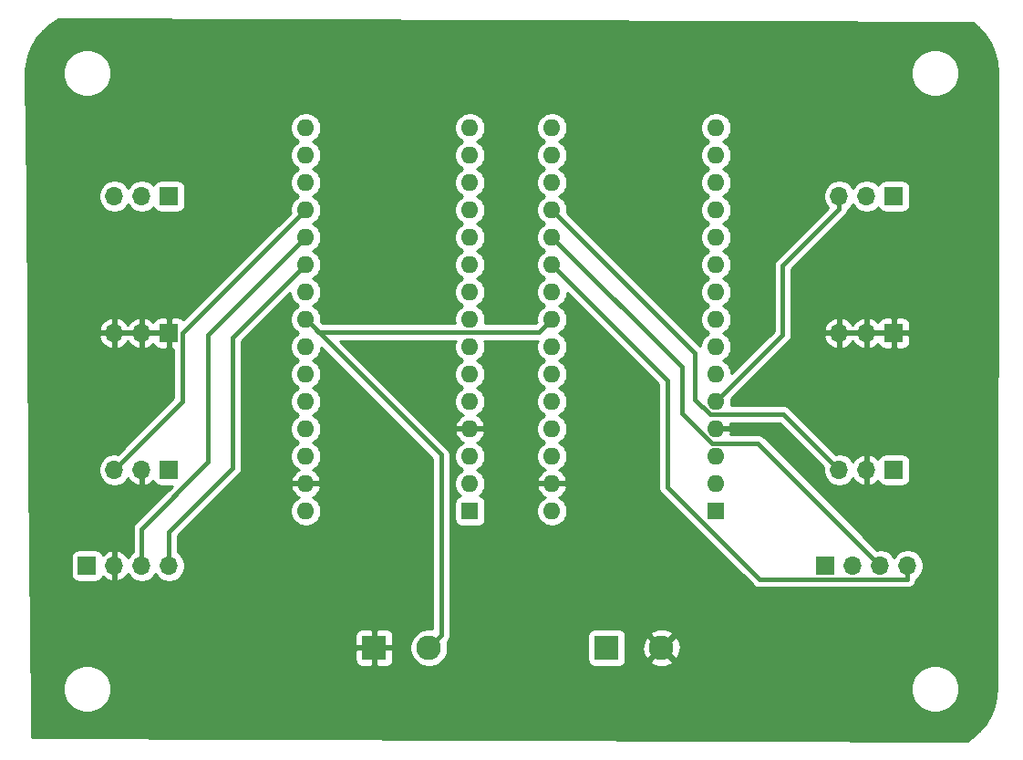
<source format=gbr>
G04 #@! TF.GenerationSoftware,KiCad,Pcbnew,(5.1.5)-3*
G04 #@! TF.CreationDate,2022-03-27T17:41:12-05:00*
G04 #@! TF.ProjectId,Two Motor Nano Controller,54776f20-4d6f-4746-9f72-204e616e6f20,rev?*
G04 #@! TF.SameCoordinates,Original*
G04 #@! TF.FileFunction,Copper,L2,Bot*
G04 #@! TF.FilePolarity,Positive*
%FSLAX46Y46*%
G04 Gerber Fmt 4.6, Leading zero omitted, Abs format (unit mm)*
G04 Created by KiCad (PCBNEW (5.1.5)-3) date 2022-03-27 17:41:12*
%MOMM*%
%LPD*%
G04 APERTURE LIST*
%ADD10R,1.600000X1.600000*%
%ADD11O,1.600000X1.600000*%
%ADD12R,1.700000X1.700000*%
%ADD13O,1.700000X1.700000*%
%ADD14C,2.286000*%
%ADD15R,2.286000X2.286000*%
%ADD16C,0.381000*%
%ADD17C,0.254000*%
G04 APERTURE END LIST*
D10*
X152400000Y-68580000D03*
D11*
X137160000Y-35560000D03*
X152400000Y-66040000D03*
X137160000Y-38100000D03*
X152400000Y-63500000D03*
X137160000Y-40640000D03*
X152400000Y-60960000D03*
X137160000Y-43180000D03*
X152400000Y-58420000D03*
X137160000Y-45720000D03*
X152400000Y-55880000D03*
X137160000Y-48260000D03*
X152400000Y-53340000D03*
X137160000Y-50800000D03*
X152400000Y-50800000D03*
X137160000Y-53340000D03*
X152400000Y-48260000D03*
X137160000Y-55880000D03*
X152400000Y-45720000D03*
X137160000Y-58420000D03*
X152400000Y-43180000D03*
X137160000Y-60960000D03*
X152400000Y-40640000D03*
X137160000Y-63500000D03*
X152400000Y-38100000D03*
X137160000Y-66040000D03*
X152400000Y-35560000D03*
X137160000Y-68580000D03*
X152400000Y-33020000D03*
X137160000Y-33020000D03*
X160020000Y-33020000D03*
X175260000Y-33020000D03*
X160020000Y-68580000D03*
X175260000Y-35560000D03*
X160020000Y-66040000D03*
X175260000Y-38100000D03*
X160020000Y-63500000D03*
X175260000Y-40640000D03*
X160020000Y-60960000D03*
X175260000Y-43180000D03*
X160020000Y-58420000D03*
X175260000Y-45720000D03*
X160020000Y-55880000D03*
X175260000Y-48260000D03*
X160020000Y-53340000D03*
X175260000Y-50800000D03*
X160020000Y-50800000D03*
X175260000Y-53340000D03*
X160020000Y-48260000D03*
X175260000Y-55880000D03*
X160020000Y-45720000D03*
X175260000Y-58420000D03*
X160020000Y-43180000D03*
X175260000Y-60960000D03*
X160020000Y-40640000D03*
X175260000Y-63500000D03*
X160020000Y-38100000D03*
X175260000Y-66040000D03*
X160020000Y-35560000D03*
D10*
X175260000Y-68580000D03*
D12*
X116840000Y-73660000D03*
D13*
X119380000Y-73660000D03*
X121920000Y-73660000D03*
X124460000Y-73660000D03*
X119380000Y-52070000D03*
X121920000Y-52070000D03*
D12*
X124460000Y-52070000D03*
X124460000Y-39370000D03*
D13*
X121920000Y-39370000D03*
X119380000Y-39370000D03*
D12*
X124460000Y-64770000D03*
D13*
X121920000Y-64770000D03*
X119380000Y-64770000D03*
D14*
X170180000Y-81280000D03*
D15*
X165100000Y-81280000D03*
X143510000Y-81280000D03*
D14*
X148590000Y-81280000D03*
D13*
X193040000Y-73660000D03*
X190500000Y-73660000D03*
X187960000Y-73660000D03*
D12*
X185420000Y-73660000D03*
X191770000Y-52070000D03*
D13*
X189230000Y-52070000D03*
X186690000Y-52070000D03*
X186690000Y-39370000D03*
X189230000Y-39370000D03*
D12*
X191770000Y-39370000D03*
D13*
X186690000Y-64770000D03*
X189230000Y-64770000D03*
D12*
X191770000Y-64770000D03*
D16*
X125700501Y-52099499D02*
X136360001Y-41439999D01*
X136360001Y-41439999D02*
X137160000Y-40640000D01*
X125700501Y-58449499D02*
X125700501Y-52099499D01*
X119380000Y-64770000D02*
X125700501Y-58449499D01*
X121920000Y-73660000D02*
X121920000Y-70236080D01*
X121920000Y-70236080D02*
X128107440Y-64048640D01*
X128107440Y-52232560D02*
X137160000Y-43180000D01*
X128107440Y-64048640D02*
X128107440Y-52232560D01*
X124460000Y-73660000D02*
X124460000Y-70510400D01*
X124460000Y-70510400D02*
X130393440Y-64576960D01*
X130393440Y-52486560D02*
X137160000Y-45720000D01*
X130393440Y-64576960D02*
X130393440Y-52486560D01*
X149732999Y-80137001D02*
X149732999Y-63372999D01*
X149732999Y-63372999D02*
X137959999Y-51599999D01*
X148590000Y-81280000D02*
X149732999Y-80137001D01*
X137959999Y-51599999D02*
X137160000Y-50800000D01*
X138350501Y-51990501D02*
X137959999Y-51599999D01*
X158829499Y-51990501D02*
X138350501Y-51990501D01*
X160020000Y-50800000D02*
X158829499Y-51990501D01*
X179277599Y-74900501D02*
X170738800Y-66361702D01*
X193001580Y-74900501D02*
X179277599Y-74900501D01*
X193040000Y-73660000D02*
X193040000Y-74862081D01*
X193040000Y-74862081D02*
X193001580Y-74900501D01*
X170738800Y-56438800D02*
X160020000Y-45720000D01*
X170738800Y-66361702D02*
X170738800Y-56438800D01*
X186690000Y-40572081D02*
X181447440Y-45814641D01*
X186690000Y-39370000D02*
X186690000Y-40572081D01*
X181447440Y-52232560D02*
X175260000Y-58420000D01*
X181447440Y-45814641D02*
X181447440Y-52232560D01*
X174847557Y-62309499D02*
X172054520Y-59516462D01*
X190500000Y-73660000D02*
X179149499Y-62309499D01*
X179149499Y-62309499D02*
X174847557Y-62309499D01*
X172054520Y-55214520D02*
X160020000Y-43180000D01*
X172054520Y-59516462D02*
X172054520Y-55214520D01*
X186690000Y-64770000D02*
X181530501Y-59610501D01*
X174688559Y-59610501D02*
X173304200Y-58226142D01*
X181530501Y-59610501D02*
X174688559Y-59610501D01*
X173304200Y-53924200D02*
X160020000Y-40640000D01*
X173304200Y-58226142D02*
X173304200Y-53924200D01*
D17*
G36*
X199084767Y-23298232D02*
G01*
X199607984Y-23724959D01*
X200217771Y-24406969D01*
X200713360Y-25175974D01*
X201082548Y-26013036D01*
X201316246Y-26897548D01*
X201410948Y-27829867D01*
X201412233Y-27943134D01*
X201298883Y-84891278D01*
X201247152Y-85816550D01*
X201058536Y-86688934D01*
X200735769Y-87521078D01*
X200286802Y-88292479D01*
X199722692Y-88984147D01*
X199057316Y-89579063D01*
X198580810Y-89886150D01*
X111747854Y-89604949D01*
X111701968Y-84869872D01*
X114605000Y-84869872D01*
X114605000Y-85310128D01*
X114690890Y-85741925D01*
X114859369Y-86148669D01*
X115103962Y-86514729D01*
X115415271Y-86826038D01*
X115781331Y-87070631D01*
X116188075Y-87239110D01*
X116619872Y-87325000D01*
X117060128Y-87325000D01*
X117491925Y-87239110D01*
X117898669Y-87070631D01*
X118264729Y-86826038D01*
X118576038Y-86514729D01*
X118820631Y-86148669D01*
X118989110Y-85741925D01*
X119075000Y-85310128D01*
X119075000Y-84869872D01*
X193345000Y-84869872D01*
X193345000Y-85310128D01*
X193430890Y-85741925D01*
X193599369Y-86148669D01*
X193843962Y-86514729D01*
X194155271Y-86826038D01*
X194521331Y-87070631D01*
X194928075Y-87239110D01*
X195359872Y-87325000D01*
X195800128Y-87325000D01*
X196231925Y-87239110D01*
X196638669Y-87070631D01*
X197004729Y-86826038D01*
X197316038Y-86514729D01*
X197560631Y-86148669D01*
X197729110Y-85741925D01*
X197815000Y-85310128D01*
X197815000Y-84869872D01*
X197729110Y-84438075D01*
X197560631Y-84031331D01*
X197316038Y-83665271D01*
X197004729Y-83353962D01*
X196638669Y-83109369D01*
X196231925Y-82940890D01*
X195800128Y-82855000D01*
X195359872Y-82855000D01*
X194928075Y-82940890D01*
X194521331Y-83109369D01*
X194155271Y-83353962D01*
X193843962Y-83665271D01*
X193599369Y-84031331D01*
X193430890Y-84438075D01*
X193345000Y-84869872D01*
X119075000Y-84869872D01*
X118989110Y-84438075D01*
X118820631Y-84031331D01*
X118576038Y-83665271D01*
X118264729Y-83353962D01*
X117898669Y-83109369D01*
X117491925Y-82940890D01*
X117060128Y-82855000D01*
X116619872Y-82855000D01*
X116188075Y-82940890D01*
X115781331Y-83109369D01*
X115415271Y-83353962D01*
X115103962Y-83665271D01*
X114859369Y-84031331D01*
X114690890Y-84438075D01*
X114605000Y-84869872D01*
X111701968Y-84869872D01*
X111678256Y-82423000D01*
X141728928Y-82423000D01*
X141741188Y-82547482D01*
X141777498Y-82667180D01*
X141836463Y-82777494D01*
X141915815Y-82874185D01*
X142012506Y-82953537D01*
X142122820Y-83012502D01*
X142242518Y-83048812D01*
X142367000Y-83061072D01*
X143224250Y-83058000D01*
X143383000Y-82899250D01*
X143383000Y-81407000D01*
X143637000Y-81407000D01*
X143637000Y-82899250D01*
X143795750Y-83058000D01*
X144653000Y-83061072D01*
X144777482Y-83048812D01*
X144897180Y-83012502D01*
X145007494Y-82953537D01*
X145104185Y-82874185D01*
X145183537Y-82777494D01*
X145242502Y-82667180D01*
X145278812Y-82547482D01*
X145291072Y-82423000D01*
X145288000Y-81565750D01*
X145129250Y-81407000D01*
X143637000Y-81407000D01*
X143383000Y-81407000D01*
X141890750Y-81407000D01*
X141732000Y-81565750D01*
X141728928Y-82423000D01*
X111678256Y-82423000D01*
X111656103Y-80137000D01*
X141728928Y-80137000D01*
X141732000Y-80994250D01*
X141890750Y-81153000D01*
X143383000Y-81153000D01*
X143383000Y-79660750D01*
X143637000Y-79660750D01*
X143637000Y-81153000D01*
X145129250Y-81153000D01*
X145288000Y-80994250D01*
X145291072Y-80137000D01*
X145278812Y-80012518D01*
X145242502Y-79892820D01*
X145183537Y-79782506D01*
X145104185Y-79685815D01*
X145007494Y-79606463D01*
X144897180Y-79547498D01*
X144777482Y-79511188D01*
X144653000Y-79498928D01*
X143795750Y-79502000D01*
X143637000Y-79660750D01*
X143383000Y-79660750D01*
X143224250Y-79502000D01*
X142367000Y-79498928D01*
X142242518Y-79511188D01*
X142122820Y-79547498D01*
X142012506Y-79606463D01*
X141915815Y-79685815D01*
X141836463Y-79782506D01*
X141777498Y-79892820D01*
X141741188Y-80012518D01*
X141728928Y-80137000D01*
X111656103Y-80137000D01*
X111585098Y-72810000D01*
X115351928Y-72810000D01*
X115351928Y-74510000D01*
X115364188Y-74634482D01*
X115400498Y-74754180D01*
X115459463Y-74864494D01*
X115538815Y-74961185D01*
X115635506Y-75040537D01*
X115745820Y-75099502D01*
X115865518Y-75135812D01*
X115990000Y-75148072D01*
X117690000Y-75148072D01*
X117814482Y-75135812D01*
X117934180Y-75099502D01*
X118044494Y-75040537D01*
X118141185Y-74961185D01*
X118220537Y-74864494D01*
X118279502Y-74754180D01*
X118303966Y-74673534D01*
X118379731Y-74757588D01*
X118613080Y-74931641D01*
X118875901Y-75056825D01*
X119023110Y-75101476D01*
X119253000Y-74980155D01*
X119253000Y-73787000D01*
X119233000Y-73787000D01*
X119233000Y-73533000D01*
X119253000Y-73533000D01*
X119253000Y-72339845D01*
X119023110Y-72218524D01*
X118875901Y-72263175D01*
X118613080Y-72388359D01*
X118379731Y-72562412D01*
X118303966Y-72646466D01*
X118279502Y-72565820D01*
X118220537Y-72455506D01*
X118141185Y-72358815D01*
X118044494Y-72279463D01*
X117934180Y-72220498D01*
X117814482Y-72184188D01*
X117690000Y-72171928D01*
X115990000Y-72171928D01*
X115865518Y-72184188D01*
X115745820Y-72220498D01*
X115635506Y-72279463D01*
X115538815Y-72358815D01*
X115459463Y-72455506D01*
X115400498Y-72565820D01*
X115364188Y-72685518D01*
X115351928Y-72810000D01*
X111585098Y-72810000D01*
X111505766Y-64623740D01*
X117895000Y-64623740D01*
X117895000Y-64916260D01*
X117952068Y-65203158D01*
X118064010Y-65473411D01*
X118226525Y-65716632D01*
X118433368Y-65923475D01*
X118676589Y-66085990D01*
X118946842Y-66197932D01*
X119233740Y-66255000D01*
X119526260Y-66255000D01*
X119813158Y-66197932D01*
X120083411Y-66085990D01*
X120326632Y-65923475D01*
X120533475Y-65716632D01*
X120651100Y-65540594D01*
X120822412Y-65770269D01*
X121038645Y-65965178D01*
X121288748Y-66114157D01*
X121563109Y-66211481D01*
X121793000Y-66090814D01*
X121793000Y-64897000D01*
X121773000Y-64897000D01*
X121773000Y-64643000D01*
X121793000Y-64643000D01*
X121793000Y-64623000D01*
X122047000Y-64623000D01*
X122047000Y-64643000D01*
X122067000Y-64643000D01*
X122067000Y-64897000D01*
X122047000Y-64897000D01*
X122047000Y-66090814D01*
X122276891Y-66211481D01*
X122551252Y-66114157D01*
X122801355Y-65965178D01*
X122997502Y-65788374D01*
X123020498Y-65864180D01*
X123079463Y-65974494D01*
X123158815Y-66071185D01*
X123255506Y-66150537D01*
X123365820Y-66209502D01*
X123485518Y-66245812D01*
X123610000Y-66258072D01*
X124730575Y-66258072D01*
X121364961Y-69623687D01*
X121333460Y-69649539D01*
X121307609Y-69681039D01*
X121230301Y-69775238D01*
X121153647Y-69918647D01*
X121106445Y-70074254D01*
X121090506Y-70236080D01*
X121094501Y-70276640D01*
X121094500Y-72425587D01*
X120973368Y-72506525D01*
X120766525Y-72713368D01*
X120644805Y-72895534D01*
X120575178Y-72778645D01*
X120380269Y-72562412D01*
X120146920Y-72388359D01*
X119884099Y-72263175D01*
X119736890Y-72218524D01*
X119507000Y-72339845D01*
X119507000Y-73533000D01*
X119527000Y-73533000D01*
X119527000Y-73787000D01*
X119507000Y-73787000D01*
X119507000Y-74980155D01*
X119736890Y-75101476D01*
X119884099Y-75056825D01*
X120146920Y-74931641D01*
X120380269Y-74757588D01*
X120575178Y-74541355D01*
X120644805Y-74424466D01*
X120766525Y-74606632D01*
X120973368Y-74813475D01*
X121216589Y-74975990D01*
X121486842Y-75087932D01*
X121773740Y-75145000D01*
X122066260Y-75145000D01*
X122353158Y-75087932D01*
X122623411Y-74975990D01*
X122866632Y-74813475D01*
X123073475Y-74606632D01*
X123190000Y-74432240D01*
X123306525Y-74606632D01*
X123513368Y-74813475D01*
X123756589Y-74975990D01*
X124026842Y-75087932D01*
X124313740Y-75145000D01*
X124606260Y-75145000D01*
X124893158Y-75087932D01*
X125163411Y-74975990D01*
X125406632Y-74813475D01*
X125613475Y-74606632D01*
X125775990Y-74363411D01*
X125887932Y-74093158D01*
X125945000Y-73806260D01*
X125945000Y-73513740D01*
X125887932Y-73226842D01*
X125775990Y-72956589D01*
X125613475Y-72713368D01*
X125406632Y-72506525D01*
X125285500Y-72425587D01*
X125285500Y-70852332D01*
X127699167Y-68438665D01*
X135725000Y-68438665D01*
X135725000Y-68721335D01*
X135780147Y-68998574D01*
X135888320Y-69259727D01*
X136045363Y-69494759D01*
X136245241Y-69694637D01*
X136480273Y-69851680D01*
X136741426Y-69959853D01*
X137018665Y-70015000D01*
X137301335Y-70015000D01*
X137578574Y-69959853D01*
X137839727Y-69851680D01*
X138074759Y-69694637D01*
X138274637Y-69494759D01*
X138431680Y-69259727D01*
X138539853Y-68998574D01*
X138595000Y-68721335D01*
X138595000Y-68438665D01*
X138539853Y-68161426D01*
X138431680Y-67900273D01*
X138274637Y-67665241D01*
X138074759Y-67465363D01*
X137839727Y-67308320D01*
X137829135Y-67303933D01*
X138015131Y-67192385D01*
X138223519Y-67003414D01*
X138391037Y-66777420D01*
X138511246Y-66523087D01*
X138551904Y-66389039D01*
X138429915Y-66167000D01*
X137287000Y-66167000D01*
X137287000Y-66187000D01*
X137033000Y-66187000D01*
X137033000Y-66167000D01*
X135890085Y-66167000D01*
X135768096Y-66389039D01*
X135808754Y-66523087D01*
X135928963Y-66777420D01*
X136096481Y-67003414D01*
X136304869Y-67192385D01*
X136490865Y-67303933D01*
X136480273Y-67308320D01*
X136245241Y-67465363D01*
X136045363Y-67665241D01*
X135888320Y-67900273D01*
X135780147Y-68161426D01*
X135725000Y-68438665D01*
X127699167Y-68438665D01*
X130948481Y-65189352D01*
X130979981Y-65163501D01*
X131051310Y-65076586D01*
X131083139Y-65037803D01*
X131138088Y-64935000D01*
X131159793Y-64894394D01*
X131206996Y-64738786D01*
X131218940Y-64617513D01*
X131218940Y-64617511D01*
X131222934Y-64576961D01*
X131218940Y-64536410D01*
X131218940Y-52828492D01*
X135725000Y-48322433D01*
X135725000Y-48401335D01*
X135780147Y-48678574D01*
X135888320Y-48939727D01*
X136045363Y-49174759D01*
X136245241Y-49374637D01*
X136477759Y-49530000D01*
X136245241Y-49685363D01*
X136045363Y-49885241D01*
X135888320Y-50120273D01*
X135780147Y-50381426D01*
X135725000Y-50658665D01*
X135725000Y-50941335D01*
X135780147Y-51218574D01*
X135888320Y-51479727D01*
X136045363Y-51714759D01*
X136245241Y-51914637D01*
X136477759Y-52070000D01*
X136245241Y-52225363D01*
X136045363Y-52425241D01*
X135888320Y-52660273D01*
X135780147Y-52921426D01*
X135725000Y-53198665D01*
X135725000Y-53481335D01*
X135780147Y-53758574D01*
X135888320Y-54019727D01*
X136045363Y-54254759D01*
X136245241Y-54454637D01*
X136477759Y-54610000D01*
X136245241Y-54765363D01*
X136045363Y-54965241D01*
X135888320Y-55200273D01*
X135780147Y-55461426D01*
X135725000Y-55738665D01*
X135725000Y-56021335D01*
X135780147Y-56298574D01*
X135888320Y-56559727D01*
X136045363Y-56794759D01*
X136245241Y-56994637D01*
X136477759Y-57150000D01*
X136245241Y-57305363D01*
X136045363Y-57505241D01*
X135888320Y-57740273D01*
X135780147Y-58001426D01*
X135725000Y-58278665D01*
X135725000Y-58561335D01*
X135780147Y-58838574D01*
X135888320Y-59099727D01*
X136045363Y-59334759D01*
X136245241Y-59534637D01*
X136477759Y-59690000D01*
X136245241Y-59845363D01*
X136045363Y-60045241D01*
X135888320Y-60280273D01*
X135780147Y-60541426D01*
X135725000Y-60818665D01*
X135725000Y-61101335D01*
X135780147Y-61378574D01*
X135888320Y-61639727D01*
X136045363Y-61874759D01*
X136245241Y-62074637D01*
X136477759Y-62230000D01*
X136245241Y-62385363D01*
X136045363Y-62585241D01*
X135888320Y-62820273D01*
X135780147Y-63081426D01*
X135725000Y-63358665D01*
X135725000Y-63641335D01*
X135780147Y-63918574D01*
X135888320Y-64179727D01*
X136045363Y-64414759D01*
X136245241Y-64614637D01*
X136480273Y-64771680D01*
X136490865Y-64776067D01*
X136304869Y-64887615D01*
X136096481Y-65076586D01*
X135928963Y-65302580D01*
X135808754Y-65556913D01*
X135768096Y-65690961D01*
X135890085Y-65913000D01*
X137033000Y-65913000D01*
X137033000Y-65893000D01*
X137287000Y-65893000D01*
X137287000Y-65913000D01*
X138429915Y-65913000D01*
X138551904Y-65690961D01*
X138511246Y-65556913D01*
X138391037Y-65302580D01*
X138223519Y-65076586D01*
X138015131Y-64887615D01*
X137829135Y-64776067D01*
X137839727Y-64771680D01*
X138074759Y-64614637D01*
X138274637Y-64414759D01*
X138431680Y-64179727D01*
X138539853Y-63918574D01*
X138595000Y-63641335D01*
X138595000Y-63358665D01*
X138539853Y-63081426D01*
X138431680Y-62820273D01*
X138274637Y-62585241D01*
X138074759Y-62385363D01*
X137842241Y-62230000D01*
X138074759Y-62074637D01*
X138274637Y-61874759D01*
X138431680Y-61639727D01*
X138539853Y-61378574D01*
X138595000Y-61101335D01*
X138595000Y-60818665D01*
X138539853Y-60541426D01*
X138431680Y-60280273D01*
X138274637Y-60045241D01*
X138074759Y-59845363D01*
X137842241Y-59690000D01*
X138074759Y-59534637D01*
X138274637Y-59334759D01*
X138431680Y-59099727D01*
X138539853Y-58838574D01*
X138595000Y-58561335D01*
X138595000Y-58278665D01*
X138539853Y-58001426D01*
X138431680Y-57740273D01*
X138274637Y-57505241D01*
X138074759Y-57305363D01*
X137842241Y-57150000D01*
X138074759Y-56994637D01*
X138274637Y-56794759D01*
X138431680Y-56559727D01*
X138539853Y-56298574D01*
X138595000Y-56021335D01*
X138595000Y-55738665D01*
X138539853Y-55461426D01*
X138431680Y-55200273D01*
X138274637Y-54965241D01*
X138074759Y-54765363D01*
X137842241Y-54610000D01*
X138074759Y-54454637D01*
X138274637Y-54254759D01*
X138431680Y-54019727D01*
X138539853Y-53758574D01*
X138595000Y-53481335D01*
X138595000Y-53402432D01*
X148907500Y-63714933D01*
X148907499Y-79530322D01*
X148765118Y-79502000D01*
X148414882Y-79502000D01*
X148071377Y-79570328D01*
X147747801Y-79704357D01*
X147456591Y-79898937D01*
X147208937Y-80146591D01*
X147014357Y-80437801D01*
X146880328Y-80761377D01*
X146812000Y-81104882D01*
X146812000Y-81455118D01*
X146880328Y-81798623D01*
X147014357Y-82122199D01*
X147208937Y-82413409D01*
X147456591Y-82661063D01*
X147747801Y-82855643D01*
X148071377Y-82989672D01*
X148414882Y-83058000D01*
X148765118Y-83058000D01*
X149108623Y-82989672D01*
X149432199Y-82855643D01*
X149723409Y-82661063D01*
X149971063Y-82413409D01*
X150165643Y-82122199D01*
X150299672Y-81798623D01*
X150368000Y-81455118D01*
X150368000Y-81104882D01*
X150299672Y-80761377D01*
X150293016Y-80745309D01*
X150319540Y-80723542D01*
X150345388Y-80692046D01*
X150345391Y-80692043D01*
X150422698Y-80597844D01*
X150499352Y-80454435D01*
X150504398Y-80437801D01*
X150546555Y-80298827D01*
X150558499Y-80177554D01*
X150558499Y-80177552D01*
X150562493Y-80137001D01*
X150562493Y-80137000D01*
X163318928Y-80137000D01*
X163318928Y-82423000D01*
X163331188Y-82547482D01*
X163367498Y-82667180D01*
X163426463Y-82777494D01*
X163505815Y-82874185D01*
X163602506Y-82953537D01*
X163712820Y-83012502D01*
X163832518Y-83048812D01*
X163957000Y-83061072D01*
X166243000Y-83061072D01*
X166367482Y-83048812D01*
X166487180Y-83012502D01*
X166597494Y-82953537D01*
X166694185Y-82874185D01*
X166773537Y-82777494D01*
X166832502Y-82667180D01*
X166868812Y-82547482D01*
X166871778Y-82517360D01*
X169122245Y-82517360D01*
X169235264Y-82796384D01*
X169549249Y-82951556D01*
X169887473Y-83042491D01*
X170236938Y-83065694D01*
X170584216Y-83020275D01*
X170915960Y-82907977D01*
X171124736Y-82796384D01*
X171237755Y-82517360D01*
X170180000Y-81459605D01*
X169122245Y-82517360D01*
X166871778Y-82517360D01*
X166881072Y-82423000D01*
X166881072Y-81336938D01*
X168394306Y-81336938D01*
X168439725Y-81684216D01*
X168552023Y-82015960D01*
X168663616Y-82224736D01*
X168942640Y-82337755D01*
X170000395Y-81280000D01*
X170359605Y-81280000D01*
X171417360Y-82337755D01*
X171696384Y-82224736D01*
X171851556Y-81910751D01*
X171942491Y-81572527D01*
X171965694Y-81223062D01*
X171920275Y-80875784D01*
X171807977Y-80544040D01*
X171696384Y-80335264D01*
X171417360Y-80222245D01*
X170359605Y-81280000D01*
X170000395Y-81280000D01*
X168942640Y-80222245D01*
X168663616Y-80335264D01*
X168508444Y-80649249D01*
X168417509Y-80987473D01*
X168394306Y-81336938D01*
X166881072Y-81336938D01*
X166881072Y-80137000D01*
X166871779Y-80042640D01*
X169122245Y-80042640D01*
X170180000Y-81100395D01*
X171237755Y-80042640D01*
X171124736Y-79763616D01*
X170810751Y-79608444D01*
X170472527Y-79517509D01*
X170123062Y-79494306D01*
X169775784Y-79539725D01*
X169444040Y-79652023D01*
X169235264Y-79763616D01*
X169122245Y-80042640D01*
X166871779Y-80042640D01*
X166868812Y-80012518D01*
X166832502Y-79892820D01*
X166773537Y-79782506D01*
X166694185Y-79685815D01*
X166597494Y-79606463D01*
X166487180Y-79547498D01*
X166367482Y-79511188D01*
X166243000Y-79498928D01*
X163957000Y-79498928D01*
X163832518Y-79511188D01*
X163712820Y-79547498D01*
X163602506Y-79606463D01*
X163505815Y-79685815D01*
X163426463Y-79782506D01*
X163367498Y-79892820D01*
X163331188Y-80012518D01*
X163318928Y-80137000D01*
X150562493Y-80137000D01*
X150558499Y-80096451D01*
X150558499Y-67780000D01*
X150961928Y-67780000D01*
X150961928Y-69380000D01*
X150974188Y-69504482D01*
X151010498Y-69624180D01*
X151069463Y-69734494D01*
X151148815Y-69831185D01*
X151245506Y-69910537D01*
X151355820Y-69969502D01*
X151475518Y-70005812D01*
X151600000Y-70018072D01*
X153200000Y-70018072D01*
X153324482Y-70005812D01*
X153444180Y-69969502D01*
X153554494Y-69910537D01*
X153651185Y-69831185D01*
X153730537Y-69734494D01*
X153789502Y-69624180D01*
X153825812Y-69504482D01*
X153838072Y-69380000D01*
X153838072Y-68438665D01*
X158585000Y-68438665D01*
X158585000Y-68721335D01*
X158640147Y-68998574D01*
X158748320Y-69259727D01*
X158905363Y-69494759D01*
X159105241Y-69694637D01*
X159340273Y-69851680D01*
X159601426Y-69959853D01*
X159878665Y-70015000D01*
X160161335Y-70015000D01*
X160438574Y-69959853D01*
X160699727Y-69851680D01*
X160934759Y-69694637D01*
X161134637Y-69494759D01*
X161291680Y-69259727D01*
X161399853Y-68998574D01*
X161455000Y-68721335D01*
X161455000Y-68438665D01*
X161399853Y-68161426D01*
X161291680Y-67900273D01*
X161134637Y-67665241D01*
X160934759Y-67465363D01*
X160699727Y-67308320D01*
X160689135Y-67303933D01*
X160875131Y-67192385D01*
X161083519Y-67003414D01*
X161251037Y-66777420D01*
X161371246Y-66523087D01*
X161411904Y-66389039D01*
X161289915Y-66167000D01*
X160147000Y-66167000D01*
X160147000Y-66187000D01*
X159893000Y-66187000D01*
X159893000Y-66167000D01*
X158750085Y-66167000D01*
X158628096Y-66389039D01*
X158668754Y-66523087D01*
X158788963Y-66777420D01*
X158956481Y-67003414D01*
X159164869Y-67192385D01*
X159350865Y-67303933D01*
X159340273Y-67308320D01*
X159105241Y-67465363D01*
X158905363Y-67665241D01*
X158748320Y-67900273D01*
X158640147Y-68161426D01*
X158585000Y-68438665D01*
X153838072Y-68438665D01*
X153838072Y-67780000D01*
X153825812Y-67655518D01*
X153789502Y-67535820D01*
X153730537Y-67425506D01*
X153651185Y-67328815D01*
X153554494Y-67249463D01*
X153444180Y-67190498D01*
X153324482Y-67154188D01*
X153316039Y-67153357D01*
X153514637Y-66954759D01*
X153671680Y-66719727D01*
X153779853Y-66458574D01*
X153835000Y-66181335D01*
X153835000Y-65898665D01*
X153779853Y-65621426D01*
X153671680Y-65360273D01*
X153514637Y-65125241D01*
X153314759Y-64925363D01*
X153082241Y-64770000D01*
X153314759Y-64614637D01*
X153514637Y-64414759D01*
X153671680Y-64179727D01*
X153779853Y-63918574D01*
X153835000Y-63641335D01*
X153835000Y-63358665D01*
X153779853Y-63081426D01*
X153671680Y-62820273D01*
X153514637Y-62585241D01*
X153314759Y-62385363D01*
X153079727Y-62228320D01*
X153069135Y-62223933D01*
X153255131Y-62112385D01*
X153463519Y-61923414D01*
X153631037Y-61697420D01*
X153751246Y-61443087D01*
X153791904Y-61309039D01*
X153669915Y-61087000D01*
X152527000Y-61087000D01*
X152527000Y-61107000D01*
X152273000Y-61107000D01*
X152273000Y-61087000D01*
X151130085Y-61087000D01*
X151008096Y-61309039D01*
X151048754Y-61443087D01*
X151168963Y-61697420D01*
X151336481Y-61923414D01*
X151544869Y-62112385D01*
X151730865Y-62223933D01*
X151720273Y-62228320D01*
X151485241Y-62385363D01*
X151285363Y-62585241D01*
X151128320Y-62820273D01*
X151020147Y-63081426D01*
X150965000Y-63358665D01*
X150965000Y-63641335D01*
X151020147Y-63918574D01*
X151128320Y-64179727D01*
X151285363Y-64414759D01*
X151485241Y-64614637D01*
X151717759Y-64770000D01*
X151485241Y-64925363D01*
X151285363Y-65125241D01*
X151128320Y-65360273D01*
X151020147Y-65621426D01*
X150965000Y-65898665D01*
X150965000Y-66181335D01*
X151020147Y-66458574D01*
X151128320Y-66719727D01*
X151285363Y-66954759D01*
X151483961Y-67153357D01*
X151475518Y-67154188D01*
X151355820Y-67190498D01*
X151245506Y-67249463D01*
X151148815Y-67328815D01*
X151069463Y-67425506D01*
X151010498Y-67535820D01*
X150974188Y-67655518D01*
X150961928Y-67780000D01*
X150558499Y-67780000D01*
X150558499Y-63413549D01*
X150562493Y-63372998D01*
X150553826Y-63285000D01*
X150546555Y-63211173D01*
X150499352Y-63055565D01*
X150427901Y-62921891D01*
X150422698Y-62912156D01*
X150345390Y-62817957D01*
X150319540Y-62786458D01*
X150288039Y-62760606D01*
X140343433Y-52816001D01*
X151063815Y-52816001D01*
X151020147Y-52921426D01*
X150965000Y-53198665D01*
X150965000Y-53481335D01*
X151020147Y-53758574D01*
X151128320Y-54019727D01*
X151285363Y-54254759D01*
X151485241Y-54454637D01*
X151717759Y-54610000D01*
X151485241Y-54765363D01*
X151285363Y-54965241D01*
X151128320Y-55200273D01*
X151020147Y-55461426D01*
X150965000Y-55738665D01*
X150965000Y-56021335D01*
X151020147Y-56298574D01*
X151128320Y-56559727D01*
X151285363Y-56794759D01*
X151485241Y-56994637D01*
X151717759Y-57150000D01*
X151485241Y-57305363D01*
X151285363Y-57505241D01*
X151128320Y-57740273D01*
X151020147Y-58001426D01*
X150965000Y-58278665D01*
X150965000Y-58561335D01*
X151020147Y-58838574D01*
X151128320Y-59099727D01*
X151285363Y-59334759D01*
X151485241Y-59534637D01*
X151720273Y-59691680D01*
X151730865Y-59696067D01*
X151544869Y-59807615D01*
X151336481Y-59996586D01*
X151168963Y-60222580D01*
X151048754Y-60476913D01*
X151008096Y-60610961D01*
X151130085Y-60833000D01*
X152273000Y-60833000D01*
X152273000Y-60813000D01*
X152527000Y-60813000D01*
X152527000Y-60833000D01*
X153669915Y-60833000D01*
X153791904Y-60610961D01*
X153751246Y-60476913D01*
X153631037Y-60222580D01*
X153463519Y-59996586D01*
X153255131Y-59807615D01*
X153069135Y-59696067D01*
X153079727Y-59691680D01*
X153314759Y-59534637D01*
X153514637Y-59334759D01*
X153671680Y-59099727D01*
X153779853Y-58838574D01*
X153835000Y-58561335D01*
X153835000Y-58278665D01*
X153779853Y-58001426D01*
X153671680Y-57740273D01*
X153514637Y-57505241D01*
X153314759Y-57305363D01*
X153082241Y-57150000D01*
X153314759Y-56994637D01*
X153514637Y-56794759D01*
X153671680Y-56559727D01*
X153779853Y-56298574D01*
X153835000Y-56021335D01*
X153835000Y-55738665D01*
X153779853Y-55461426D01*
X153671680Y-55200273D01*
X153514637Y-54965241D01*
X153314759Y-54765363D01*
X153082241Y-54610000D01*
X153314759Y-54454637D01*
X153514637Y-54254759D01*
X153671680Y-54019727D01*
X153779853Y-53758574D01*
X153835000Y-53481335D01*
X153835000Y-53198665D01*
X153779853Y-52921426D01*
X153736185Y-52816001D01*
X158683815Y-52816001D01*
X158640147Y-52921426D01*
X158585000Y-53198665D01*
X158585000Y-53481335D01*
X158640147Y-53758574D01*
X158748320Y-54019727D01*
X158905363Y-54254759D01*
X159105241Y-54454637D01*
X159337759Y-54610000D01*
X159105241Y-54765363D01*
X158905363Y-54965241D01*
X158748320Y-55200273D01*
X158640147Y-55461426D01*
X158585000Y-55738665D01*
X158585000Y-56021335D01*
X158640147Y-56298574D01*
X158748320Y-56559727D01*
X158905363Y-56794759D01*
X159105241Y-56994637D01*
X159337759Y-57150000D01*
X159105241Y-57305363D01*
X158905363Y-57505241D01*
X158748320Y-57740273D01*
X158640147Y-58001426D01*
X158585000Y-58278665D01*
X158585000Y-58561335D01*
X158640147Y-58838574D01*
X158748320Y-59099727D01*
X158905363Y-59334759D01*
X159105241Y-59534637D01*
X159337759Y-59690000D01*
X159105241Y-59845363D01*
X158905363Y-60045241D01*
X158748320Y-60280273D01*
X158640147Y-60541426D01*
X158585000Y-60818665D01*
X158585000Y-61101335D01*
X158640147Y-61378574D01*
X158748320Y-61639727D01*
X158905363Y-61874759D01*
X159105241Y-62074637D01*
X159337759Y-62230000D01*
X159105241Y-62385363D01*
X158905363Y-62585241D01*
X158748320Y-62820273D01*
X158640147Y-63081426D01*
X158585000Y-63358665D01*
X158585000Y-63641335D01*
X158640147Y-63918574D01*
X158748320Y-64179727D01*
X158905363Y-64414759D01*
X159105241Y-64614637D01*
X159340273Y-64771680D01*
X159350865Y-64776067D01*
X159164869Y-64887615D01*
X158956481Y-65076586D01*
X158788963Y-65302580D01*
X158668754Y-65556913D01*
X158628096Y-65690961D01*
X158750085Y-65913000D01*
X159893000Y-65913000D01*
X159893000Y-65893000D01*
X160147000Y-65893000D01*
X160147000Y-65913000D01*
X161289915Y-65913000D01*
X161411904Y-65690961D01*
X161371246Y-65556913D01*
X161251037Y-65302580D01*
X161083519Y-65076586D01*
X160875131Y-64887615D01*
X160689135Y-64776067D01*
X160699727Y-64771680D01*
X160934759Y-64614637D01*
X161134637Y-64414759D01*
X161291680Y-64179727D01*
X161399853Y-63918574D01*
X161455000Y-63641335D01*
X161455000Y-63358665D01*
X161399853Y-63081426D01*
X161291680Y-62820273D01*
X161134637Y-62585241D01*
X160934759Y-62385363D01*
X160702241Y-62230000D01*
X160934759Y-62074637D01*
X161134637Y-61874759D01*
X161291680Y-61639727D01*
X161399853Y-61378574D01*
X161455000Y-61101335D01*
X161455000Y-60818665D01*
X161399853Y-60541426D01*
X161291680Y-60280273D01*
X161134637Y-60045241D01*
X160934759Y-59845363D01*
X160702241Y-59690000D01*
X160934759Y-59534637D01*
X161134637Y-59334759D01*
X161291680Y-59099727D01*
X161399853Y-58838574D01*
X161455000Y-58561335D01*
X161455000Y-58278665D01*
X161399853Y-58001426D01*
X161291680Y-57740273D01*
X161134637Y-57505241D01*
X160934759Y-57305363D01*
X160702241Y-57150000D01*
X160934759Y-56994637D01*
X161134637Y-56794759D01*
X161291680Y-56559727D01*
X161399853Y-56298574D01*
X161455000Y-56021335D01*
X161455000Y-55738665D01*
X161399853Y-55461426D01*
X161291680Y-55200273D01*
X161134637Y-54965241D01*
X160934759Y-54765363D01*
X160702241Y-54610000D01*
X160934759Y-54454637D01*
X161134637Y-54254759D01*
X161291680Y-54019727D01*
X161399853Y-53758574D01*
X161455000Y-53481335D01*
X161455000Y-53198665D01*
X161399853Y-52921426D01*
X161291680Y-52660273D01*
X161134637Y-52425241D01*
X160934759Y-52225363D01*
X160702241Y-52070000D01*
X160934759Y-51914637D01*
X161134637Y-51714759D01*
X161291680Y-51479727D01*
X161399853Y-51218574D01*
X161455000Y-50941335D01*
X161455000Y-50658665D01*
X161399853Y-50381426D01*
X161291680Y-50120273D01*
X161134637Y-49885241D01*
X160934759Y-49685363D01*
X160702241Y-49530000D01*
X160934759Y-49374637D01*
X161134637Y-49174759D01*
X161291680Y-48939727D01*
X161399853Y-48678574D01*
X161455000Y-48401335D01*
X161455000Y-48322432D01*
X169913301Y-56780734D01*
X169913300Y-66321152D01*
X169909306Y-66361702D01*
X169913300Y-66402252D01*
X169913300Y-66402254D01*
X169925244Y-66523527D01*
X169972447Y-66679135D01*
X170049101Y-66822544D01*
X170083014Y-66863867D01*
X170152259Y-66948243D01*
X170183766Y-66974100D01*
X178665206Y-75455541D01*
X178691058Y-75487042D01*
X178816757Y-75590200D01*
X178960165Y-75666854D01*
X179115773Y-75714057D01*
X179237046Y-75726001D01*
X179237055Y-75726001D01*
X179277598Y-75729994D01*
X179318141Y-75726001D01*
X192961030Y-75726001D01*
X193001580Y-75729995D01*
X193042130Y-75726001D01*
X193042133Y-75726001D01*
X193163406Y-75714057D01*
X193319014Y-75666854D01*
X193462422Y-75590200D01*
X193588121Y-75487042D01*
X193605439Y-75465940D01*
X193626541Y-75448622D01*
X193729699Y-75322923D01*
X193806353Y-75179515D01*
X193853556Y-75023907D01*
X193865500Y-74902634D01*
X193865500Y-74902632D01*
X193866367Y-74893834D01*
X193986632Y-74813475D01*
X194193475Y-74606632D01*
X194355990Y-74363411D01*
X194467932Y-74093158D01*
X194525000Y-73806260D01*
X194525000Y-73513740D01*
X194467932Y-73226842D01*
X194355990Y-72956589D01*
X194193475Y-72713368D01*
X193986632Y-72506525D01*
X193743411Y-72344010D01*
X193473158Y-72232068D01*
X193186260Y-72175000D01*
X192893740Y-72175000D01*
X192606842Y-72232068D01*
X192336589Y-72344010D01*
X192093368Y-72506525D01*
X191886525Y-72713368D01*
X191770000Y-72887760D01*
X191653475Y-72713368D01*
X191446632Y-72506525D01*
X191203411Y-72344010D01*
X190933158Y-72232068D01*
X190646260Y-72175000D01*
X190353740Y-72175000D01*
X190210855Y-72203422D01*
X179761897Y-61754465D01*
X179736040Y-61722958D01*
X179610341Y-61619800D01*
X179466933Y-61543146D01*
X179311325Y-61495943D01*
X179190052Y-61483999D01*
X179190049Y-61483999D01*
X179149499Y-61480005D01*
X179108949Y-61483999D01*
X176591909Y-61483999D01*
X176611246Y-61443087D01*
X176651904Y-61309039D01*
X176529915Y-61087000D01*
X175387000Y-61087000D01*
X175387000Y-61107000D01*
X175133000Y-61107000D01*
X175133000Y-61087000D01*
X175113000Y-61087000D01*
X175113000Y-60833000D01*
X175133000Y-60833000D01*
X175133000Y-60813000D01*
X175387000Y-60813000D01*
X175387000Y-60833000D01*
X176529915Y-60833000D01*
X176651904Y-60610961D01*
X176611246Y-60476913D01*
X176591909Y-60436001D01*
X181188569Y-60436001D01*
X185233422Y-64480855D01*
X185205000Y-64623740D01*
X185205000Y-64916260D01*
X185262068Y-65203158D01*
X185374010Y-65473411D01*
X185536525Y-65716632D01*
X185743368Y-65923475D01*
X185986589Y-66085990D01*
X186256842Y-66197932D01*
X186543740Y-66255000D01*
X186836260Y-66255000D01*
X187123158Y-66197932D01*
X187393411Y-66085990D01*
X187636632Y-65923475D01*
X187843475Y-65716632D01*
X187961100Y-65540594D01*
X188132412Y-65770269D01*
X188348645Y-65965178D01*
X188598748Y-66114157D01*
X188873109Y-66211481D01*
X189103000Y-66090814D01*
X189103000Y-64897000D01*
X189083000Y-64897000D01*
X189083000Y-64643000D01*
X189103000Y-64643000D01*
X189103000Y-63449186D01*
X189357000Y-63449186D01*
X189357000Y-64643000D01*
X189377000Y-64643000D01*
X189377000Y-64897000D01*
X189357000Y-64897000D01*
X189357000Y-66090814D01*
X189586891Y-66211481D01*
X189861252Y-66114157D01*
X190111355Y-65965178D01*
X190307502Y-65788374D01*
X190330498Y-65864180D01*
X190389463Y-65974494D01*
X190468815Y-66071185D01*
X190565506Y-66150537D01*
X190675820Y-66209502D01*
X190795518Y-66245812D01*
X190920000Y-66258072D01*
X192620000Y-66258072D01*
X192744482Y-66245812D01*
X192864180Y-66209502D01*
X192974494Y-66150537D01*
X193071185Y-66071185D01*
X193150537Y-65974494D01*
X193209502Y-65864180D01*
X193245812Y-65744482D01*
X193258072Y-65620000D01*
X193258072Y-63920000D01*
X193245812Y-63795518D01*
X193209502Y-63675820D01*
X193150537Y-63565506D01*
X193071185Y-63468815D01*
X192974494Y-63389463D01*
X192864180Y-63330498D01*
X192744482Y-63294188D01*
X192620000Y-63281928D01*
X190920000Y-63281928D01*
X190795518Y-63294188D01*
X190675820Y-63330498D01*
X190565506Y-63389463D01*
X190468815Y-63468815D01*
X190389463Y-63565506D01*
X190330498Y-63675820D01*
X190307502Y-63751626D01*
X190111355Y-63574822D01*
X189861252Y-63425843D01*
X189586891Y-63328519D01*
X189357000Y-63449186D01*
X189103000Y-63449186D01*
X188873109Y-63328519D01*
X188598748Y-63425843D01*
X188348645Y-63574822D01*
X188132412Y-63769731D01*
X187961100Y-63999406D01*
X187843475Y-63823368D01*
X187636632Y-63616525D01*
X187393411Y-63454010D01*
X187123158Y-63342068D01*
X186836260Y-63285000D01*
X186543740Y-63285000D01*
X186400855Y-63313422D01*
X182142899Y-59055467D01*
X182117042Y-59023960D01*
X181991343Y-58920802D01*
X181847935Y-58844148D01*
X181692327Y-58796945D01*
X181571054Y-58785001D01*
X181571051Y-58785001D01*
X181530501Y-58781007D01*
X181489951Y-58785001D01*
X176650509Y-58785001D01*
X176695000Y-58561335D01*
X176695000Y-58278665D01*
X176674056Y-58173376D01*
X182002485Y-52844949D01*
X182033981Y-52819101D01*
X182059829Y-52787605D01*
X182059832Y-52787602D01*
X182137139Y-52693403D01*
X182213793Y-52549994D01*
X182245337Y-52446007D01*
X182251136Y-52426890D01*
X185248524Y-52426890D01*
X185293175Y-52574099D01*
X185418359Y-52836920D01*
X185592412Y-53070269D01*
X185808645Y-53265178D01*
X186058748Y-53414157D01*
X186333109Y-53511481D01*
X186563000Y-53390814D01*
X186563000Y-52197000D01*
X186817000Y-52197000D01*
X186817000Y-53390814D01*
X187046891Y-53511481D01*
X187321252Y-53414157D01*
X187571355Y-53265178D01*
X187787588Y-53070269D01*
X187960000Y-52839120D01*
X188132412Y-53070269D01*
X188348645Y-53265178D01*
X188598748Y-53414157D01*
X188873109Y-53511481D01*
X189103000Y-53390814D01*
X189103000Y-52197000D01*
X189357000Y-52197000D01*
X189357000Y-53390814D01*
X189586891Y-53511481D01*
X189861252Y-53414157D01*
X190111355Y-53265178D01*
X190307502Y-53088374D01*
X190330498Y-53164180D01*
X190389463Y-53274494D01*
X190468815Y-53371185D01*
X190565506Y-53450537D01*
X190675820Y-53509502D01*
X190795518Y-53545812D01*
X190920000Y-53558072D01*
X191484250Y-53555000D01*
X191643000Y-53396250D01*
X191643000Y-52197000D01*
X191897000Y-52197000D01*
X191897000Y-53396250D01*
X192055750Y-53555000D01*
X192620000Y-53558072D01*
X192744482Y-53545812D01*
X192864180Y-53509502D01*
X192974494Y-53450537D01*
X193071185Y-53371185D01*
X193150537Y-53274494D01*
X193209502Y-53164180D01*
X193245812Y-53044482D01*
X193258072Y-52920000D01*
X193255000Y-52355750D01*
X193096250Y-52197000D01*
X191897000Y-52197000D01*
X191643000Y-52197000D01*
X189357000Y-52197000D01*
X189103000Y-52197000D01*
X186817000Y-52197000D01*
X186563000Y-52197000D01*
X185369845Y-52197000D01*
X185248524Y-52426890D01*
X182251136Y-52426890D01*
X182260996Y-52394386D01*
X182272940Y-52273113D01*
X182272940Y-52273111D01*
X182276934Y-52232560D01*
X182272940Y-52192007D01*
X182272940Y-51713110D01*
X185248524Y-51713110D01*
X185369845Y-51943000D01*
X186563000Y-51943000D01*
X186563000Y-50749186D01*
X186817000Y-50749186D01*
X186817000Y-51943000D01*
X189103000Y-51943000D01*
X189103000Y-50749186D01*
X189357000Y-50749186D01*
X189357000Y-51943000D01*
X191643000Y-51943000D01*
X191643000Y-50743750D01*
X191897000Y-50743750D01*
X191897000Y-51943000D01*
X193096250Y-51943000D01*
X193255000Y-51784250D01*
X193258072Y-51220000D01*
X193245812Y-51095518D01*
X193209502Y-50975820D01*
X193150537Y-50865506D01*
X193071185Y-50768815D01*
X192974494Y-50689463D01*
X192864180Y-50630498D01*
X192744482Y-50594188D01*
X192620000Y-50581928D01*
X192055750Y-50585000D01*
X191897000Y-50743750D01*
X191643000Y-50743750D01*
X191484250Y-50585000D01*
X190920000Y-50581928D01*
X190795518Y-50594188D01*
X190675820Y-50630498D01*
X190565506Y-50689463D01*
X190468815Y-50768815D01*
X190389463Y-50865506D01*
X190330498Y-50975820D01*
X190307502Y-51051626D01*
X190111355Y-50874822D01*
X189861252Y-50725843D01*
X189586891Y-50628519D01*
X189357000Y-50749186D01*
X189103000Y-50749186D01*
X188873109Y-50628519D01*
X188598748Y-50725843D01*
X188348645Y-50874822D01*
X188132412Y-51069731D01*
X187960000Y-51300880D01*
X187787588Y-51069731D01*
X187571355Y-50874822D01*
X187321252Y-50725843D01*
X187046891Y-50628519D01*
X186817000Y-50749186D01*
X186563000Y-50749186D01*
X186333109Y-50628519D01*
X186058748Y-50725843D01*
X185808645Y-50874822D01*
X185592412Y-51069731D01*
X185418359Y-51303080D01*
X185293175Y-51565901D01*
X185248524Y-51713110D01*
X182272940Y-51713110D01*
X182272940Y-46156573D01*
X187245040Y-41184474D01*
X187276541Y-41158622D01*
X187358648Y-41058574D01*
X187379698Y-41032925D01*
X187420049Y-40957434D01*
X187456353Y-40889515D01*
X187503556Y-40733907D01*
X187515500Y-40612634D01*
X187515500Y-40612625D01*
X187516366Y-40603834D01*
X187636632Y-40523475D01*
X187843475Y-40316632D01*
X187960000Y-40142240D01*
X188076525Y-40316632D01*
X188283368Y-40523475D01*
X188526589Y-40685990D01*
X188796842Y-40797932D01*
X189083740Y-40855000D01*
X189376260Y-40855000D01*
X189663158Y-40797932D01*
X189933411Y-40685990D01*
X190176632Y-40523475D01*
X190308487Y-40391620D01*
X190330498Y-40464180D01*
X190389463Y-40574494D01*
X190468815Y-40671185D01*
X190565506Y-40750537D01*
X190675820Y-40809502D01*
X190795518Y-40845812D01*
X190920000Y-40858072D01*
X192620000Y-40858072D01*
X192744482Y-40845812D01*
X192864180Y-40809502D01*
X192974494Y-40750537D01*
X193071185Y-40671185D01*
X193150537Y-40574494D01*
X193209502Y-40464180D01*
X193245812Y-40344482D01*
X193258072Y-40220000D01*
X193258072Y-38520000D01*
X193245812Y-38395518D01*
X193209502Y-38275820D01*
X193150537Y-38165506D01*
X193071185Y-38068815D01*
X192974494Y-37989463D01*
X192864180Y-37930498D01*
X192744482Y-37894188D01*
X192620000Y-37881928D01*
X190920000Y-37881928D01*
X190795518Y-37894188D01*
X190675820Y-37930498D01*
X190565506Y-37989463D01*
X190468815Y-38068815D01*
X190389463Y-38165506D01*
X190330498Y-38275820D01*
X190308487Y-38348380D01*
X190176632Y-38216525D01*
X189933411Y-38054010D01*
X189663158Y-37942068D01*
X189376260Y-37885000D01*
X189083740Y-37885000D01*
X188796842Y-37942068D01*
X188526589Y-38054010D01*
X188283368Y-38216525D01*
X188076525Y-38423368D01*
X187960000Y-38597760D01*
X187843475Y-38423368D01*
X187636632Y-38216525D01*
X187393411Y-38054010D01*
X187123158Y-37942068D01*
X186836260Y-37885000D01*
X186543740Y-37885000D01*
X186256842Y-37942068D01*
X185986589Y-38054010D01*
X185743368Y-38216525D01*
X185536525Y-38423368D01*
X185374010Y-38666589D01*
X185262068Y-38936842D01*
X185205000Y-39223740D01*
X185205000Y-39516260D01*
X185262068Y-39803158D01*
X185374010Y-40073411D01*
X185536525Y-40316632D01*
X185657271Y-40437378D01*
X180892406Y-45202243D01*
X180860899Y-45228100D01*
X180800723Y-45301426D01*
X180757741Y-45353799D01*
X180731674Y-45402567D01*
X180681087Y-45497208D01*
X180633884Y-45652816D01*
X180621940Y-45774088D01*
X180617946Y-45814641D01*
X180621940Y-45855192D01*
X180621941Y-51890625D01*
X176695000Y-55817567D01*
X176695000Y-55738665D01*
X176639853Y-55461426D01*
X176531680Y-55200273D01*
X176374637Y-54965241D01*
X176174759Y-54765363D01*
X175942241Y-54610000D01*
X176174759Y-54454637D01*
X176374637Y-54254759D01*
X176531680Y-54019727D01*
X176639853Y-53758574D01*
X176695000Y-53481335D01*
X176695000Y-53198665D01*
X176639853Y-52921426D01*
X176531680Y-52660273D01*
X176374637Y-52425241D01*
X176174759Y-52225363D01*
X175942241Y-52070000D01*
X176174759Y-51914637D01*
X176374637Y-51714759D01*
X176531680Y-51479727D01*
X176639853Y-51218574D01*
X176695000Y-50941335D01*
X176695000Y-50658665D01*
X176639853Y-50381426D01*
X176531680Y-50120273D01*
X176374637Y-49885241D01*
X176174759Y-49685363D01*
X175942241Y-49530000D01*
X176174759Y-49374637D01*
X176374637Y-49174759D01*
X176531680Y-48939727D01*
X176639853Y-48678574D01*
X176695000Y-48401335D01*
X176695000Y-48118665D01*
X176639853Y-47841426D01*
X176531680Y-47580273D01*
X176374637Y-47345241D01*
X176174759Y-47145363D01*
X175942241Y-46990000D01*
X176174759Y-46834637D01*
X176374637Y-46634759D01*
X176531680Y-46399727D01*
X176639853Y-46138574D01*
X176695000Y-45861335D01*
X176695000Y-45578665D01*
X176639853Y-45301426D01*
X176531680Y-45040273D01*
X176374637Y-44805241D01*
X176174759Y-44605363D01*
X175942241Y-44450000D01*
X176174759Y-44294637D01*
X176374637Y-44094759D01*
X176531680Y-43859727D01*
X176639853Y-43598574D01*
X176695000Y-43321335D01*
X176695000Y-43038665D01*
X176639853Y-42761426D01*
X176531680Y-42500273D01*
X176374637Y-42265241D01*
X176174759Y-42065363D01*
X175942241Y-41910000D01*
X176174759Y-41754637D01*
X176374637Y-41554759D01*
X176531680Y-41319727D01*
X176639853Y-41058574D01*
X176695000Y-40781335D01*
X176695000Y-40498665D01*
X176639853Y-40221426D01*
X176531680Y-39960273D01*
X176374637Y-39725241D01*
X176174759Y-39525363D01*
X175942241Y-39370000D01*
X176174759Y-39214637D01*
X176374637Y-39014759D01*
X176531680Y-38779727D01*
X176639853Y-38518574D01*
X176695000Y-38241335D01*
X176695000Y-37958665D01*
X176639853Y-37681426D01*
X176531680Y-37420273D01*
X176374637Y-37185241D01*
X176174759Y-36985363D01*
X175942241Y-36830000D01*
X176174759Y-36674637D01*
X176374637Y-36474759D01*
X176531680Y-36239727D01*
X176639853Y-35978574D01*
X176695000Y-35701335D01*
X176695000Y-35418665D01*
X176639853Y-35141426D01*
X176531680Y-34880273D01*
X176374637Y-34645241D01*
X176174759Y-34445363D01*
X175942241Y-34290000D01*
X176174759Y-34134637D01*
X176374637Y-33934759D01*
X176531680Y-33699727D01*
X176639853Y-33438574D01*
X176695000Y-33161335D01*
X176695000Y-32878665D01*
X176639853Y-32601426D01*
X176531680Y-32340273D01*
X176374637Y-32105241D01*
X176174759Y-31905363D01*
X175939727Y-31748320D01*
X175678574Y-31640147D01*
X175401335Y-31585000D01*
X175118665Y-31585000D01*
X174841426Y-31640147D01*
X174580273Y-31748320D01*
X174345241Y-31905363D01*
X174145363Y-32105241D01*
X173988320Y-32340273D01*
X173880147Y-32601426D01*
X173825000Y-32878665D01*
X173825000Y-33161335D01*
X173880147Y-33438574D01*
X173988320Y-33699727D01*
X174145363Y-33934759D01*
X174345241Y-34134637D01*
X174577759Y-34290000D01*
X174345241Y-34445363D01*
X174145363Y-34645241D01*
X173988320Y-34880273D01*
X173880147Y-35141426D01*
X173825000Y-35418665D01*
X173825000Y-35701335D01*
X173880147Y-35978574D01*
X173988320Y-36239727D01*
X174145363Y-36474759D01*
X174345241Y-36674637D01*
X174577759Y-36830000D01*
X174345241Y-36985363D01*
X174145363Y-37185241D01*
X173988320Y-37420273D01*
X173880147Y-37681426D01*
X173825000Y-37958665D01*
X173825000Y-38241335D01*
X173880147Y-38518574D01*
X173988320Y-38779727D01*
X174145363Y-39014759D01*
X174345241Y-39214637D01*
X174577759Y-39370000D01*
X174345241Y-39525363D01*
X174145363Y-39725241D01*
X173988320Y-39960273D01*
X173880147Y-40221426D01*
X173825000Y-40498665D01*
X173825000Y-40781335D01*
X173880147Y-41058574D01*
X173988320Y-41319727D01*
X174145363Y-41554759D01*
X174345241Y-41754637D01*
X174577759Y-41910000D01*
X174345241Y-42065363D01*
X174145363Y-42265241D01*
X173988320Y-42500273D01*
X173880147Y-42761426D01*
X173825000Y-43038665D01*
X173825000Y-43321335D01*
X173880147Y-43598574D01*
X173988320Y-43859727D01*
X174145363Y-44094759D01*
X174345241Y-44294637D01*
X174577759Y-44450000D01*
X174345241Y-44605363D01*
X174145363Y-44805241D01*
X173988320Y-45040273D01*
X173880147Y-45301426D01*
X173825000Y-45578665D01*
X173825000Y-45861335D01*
X173880147Y-46138574D01*
X173988320Y-46399727D01*
X174145363Y-46634759D01*
X174345241Y-46834637D01*
X174577759Y-46990000D01*
X174345241Y-47145363D01*
X174145363Y-47345241D01*
X173988320Y-47580273D01*
X173880147Y-47841426D01*
X173825000Y-48118665D01*
X173825000Y-48401335D01*
X173880147Y-48678574D01*
X173988320Y-48939727D01*
X174145363Y-49174759D01*
X174345241Y-49374637D01*
X174577759Y-49530000D01*
X174345241Y-49685363D01*
X174145363Y-49885241D01*
X173988320Y-50120273D01*
X173880147Y-50381426D01*
X173825000Y-50658665D01*
X173825000Y-50941335D01*
X173880147Y-51218574D01*
X173988320Y-51479727D01*
X174145363Y-51714759D01*
X174345241Y-51914637D01*
X174577759Y-52070000D01*
X174345241Y-52225363D01*
X174145363Y-52425241D01*
X173988320Y-52660273D01*
X173880147Y-52921426D01*
X173825000Y-53198665D01*
X173825000Y-53277566D01*
X161434056Y-40886624D01*
X161455000Y-40781335D01*
X161455000Y-40498665D01*
X161399853Y-40221426D01*
X161291680Y-39960273D01*
X161134637Y-39725241D01*
X160934759Y-39525363D01*
X160702241Y-39370000D01*
X160934759Y-39214637D01*
X161134637Y-39014759D01*
X161291680Y-38779727D01*
X161399853Y-38518574D01*
X161455000Y-38241335D01*
X161455000Y-37958665D01*
X161399853Y-37681426D01*
X161291680Y-37420273D01*
X161134637Y-37185241D01*
X160934759Y-36985363D01*
X160702241Y-36830000D01*
X160934759Y-36674637D01*
X161134637Y-36474759D01*
X161291680Y-36239727D01*
X161399853Y-35978574D01*
X161455000Y-35701335D01*
X161455000Y-35418665D01*
X161399853Y-35141426D01*
X161291680Y-34880273D01*
X161134637Y-34645241D01*
X160934759Y-34445363D01*
X160702241Y-34290000D01*
X160934759Y-34134637D01*
X161134637Y-33934759D01*
X161291680Y-33699727D01*
X161399853Y-33438574D01*
X161455000Y-33161335D01*
X161455000Y-32878665D01*
X161399853Y-32601426D01*
X161291680Y-32340273D01*
X161134637Y-32105241D01*
X160934759Y-31905363D01*
X160699727Y-31748320D01*
X160438574Y-31640147D01*
X160161335Y-31585000D01*
X159878665Y-31585000D01*
X159601426Y-31640147D01*
X159340273Y-31748320D01*
X159105241Y-31905363D01*
X158905363Y-32105241D01*
X158748320Y-32340273D01*
X158640147Y-32601426D01*
X158585000Y-32878665D01*
X158585000Y-33161335D01*
X158640147Y-33438574D01*
X158748320Y-33699727D01*
X158905363Y-33934759D01*
X159105241Y-34134637D01*
X159337759Y-34290000D01*
X159105241Y-34445363D01*
X158905363Y-34645241D01*
X158748320Y-34880273D01*
X158640147Y-35141426D01*
X158585000Y-35418665D01*
X158585000Y-35701335D01*
X158640147Y-35978574D01*
X158748320Y-36239727D01*
X158905363Y-36474759D01*
X159105241Y-36674637D01*
X159337759Y-36830000D01*
X159105241Y-36985363D01*
X158905363Y-37185241D01*
X158748320Y-37420273D01*
X158640147Y-37681426D01*
X158585000Y-37958665D01*
X158585000Y-38241335D01*
X158640147Y-38518574D01*
X158748320Y-38779727D01*
X158905363Y-39014759D01*
X159105241Y-39214637D01*
X159337759Y-39370000D01*
X159105241Y-39525363D01*
X158905363Y-39725241D01*
X158748320Y-39960273D01*
X158640147Y-40221426D01*
X158585000Y-40498665D01*
X158585000Y-40781335D01*
X158640147Y-41058574D01*
X158748320Y-41319727D01*
X158905363Y-41554759D01*
X159105241Y-41754637D01*
X159337759Y-41910000D01*
X159105241Y-42065363D01*
X158905363Y-42265241D01*
X158748320Y-42500273D01*
X158640147Y-42761426D01*
X158585000Y-43038665D01*
X158585000Y-43321335D01*
X158640147Y-43598574D01*
X158748320Y-43859727D01*
X158905363Y-44094759D01*
X159105241Y-44294637D01*
X159337759Y-44450000D01*
X159105241Y-44605363D01*
X158905363Y-44805241D01*
X158748320Y-45040273D01*
X158640147Y-45301426D01*
X158585000Y-45578665D01*
X158585000Y-45861335D01*
X158640147Y-46138574D01*
X158748320Y-46399727D01*
X158905363Y-46634759D01*
X159105241Y-46834637D01*
X159337759Y-46990000D01*
X159105241Y-47145363D01*
X158905363Y-47345241D01*
X158748320Y-47580273D01*
X158640147Y-47841426D01*
X158585000Y-48118665D01*
X158585000Y-48401335D01*
X158640147Y-48678574D01*
X158748320Y-48939727D01*
X158905363Y-49174759D01*
X159105241Y-49374637D01*
X159337759Y-49530000D01*
X159105241Y-49685363D01*
X158905363Y-49885241D01*
X158748320Y-50120273D01*
X158640147Y-50381426D01*
X158585000Y-50658665D01*
X158585000Y-50941335D01*
X158605944Y-51046624D01*
X158487567Y-51165001D01*
X153790509Y-51165001D01*
X153835000Y-50941335D01*
X153835000Y-50658665D01*
X153779853Y-50381426D01*
X153671680Y-50120273D01*
X153514637Y-49885241D01*
X153314759Y-49685363D01*
X153082241Y-49530000D01*
X153314759Y-49374637D01*
X153514637Y-49174759D01*
X153671680Y-48939727D01*
X153779853Y-48678574D01*
X153835000Y-48401335D01*
X153835000Y-48118665D01*
X153779853Y-47841426D01*
X153671680Y-47580273D01*
X153514637Y-47345241D01*
X153314759Y-47145363D01*
X153082241Y-46990000D01*
X153314759Y-46834637D01*
X153514637Y-46634759D01*
X153671680Y-46399727D01*
X153779853Y-46138574D01*
X153835000Y-45861335D01*
X153835000Y-45578665D01*
X153779853Y-45301426D01*
X153671680Y-45040273D01*
X153514637Y-44805241D01*
X153314759Y-44605363D01*
X153082241Y-44450000D01*
X153314759Y-44294637D01*
X153514637Y-44094759D01*
X153671680Y-43859727D01*
X153779853Y-43598574D01*
X153835000Y-43321335D01*
X153835000Y-43038665D01*
X153779853Y-42761426D01*
X153671680Y-42500273D01*
X153514637Y-42265241D01*
X153314759Y-42065363D01*
X153082241Y-41910000D01*
X153314759Y-41754637D01*
X153514637Y-41554759D01*
X153671680Y-41319727D01*
X153779853Y-41058574D01*
X153835000Y-40781335D01*
X153835000Y-40498665D01*
X153779853Y-40221426D01*
X153671680Y-39960273D01*
X153514637Y-39725241D01*
X153314759Y-39525363D01*
X153082241Y-39370000D01*
X153314759Y-39214637D01*
X153514637Y-39014759D01*
X153671680Y-38779727D01*
X153779853Y-38518574D01*
X153835000Y-38241335D01*
X153835000Y-37958665D01*
X153779853Y-37681426D01*
X153671680Y-37420273D01*
X153514637Y-37185241D01*
X153314759Y-36985363D01*
X153082241Y-36830000D01*
X153314759Y-36674637D01*
X153514637Y-36474759D01*
X153671680Y-36239727D01*
X153779853Y-35978574D01*
X153835000Y-35701335D01*
X153835000Y-35418665D01*
X153779853Y-35141426D01*
X153671680Y-34880273D01*
X153514637Y-34645241D01*
X153314759Y-34445363D01*
X153082241Y-34290000D01*
X153314759Y-34134637D01*
X153514637Y-33934759D01*
X153671680Y-33699727D01*
X153779853Y-33438574D01*
X153835000Y-33161335D01*
X153835000Y-32878665D01*
X153779853Y-32601426D01*
X153671680Y-32340273D01*
X153514637Y-32105241D01*
X153314759Y-31905363D01*
X153079727Y-31748320D01*
X152818574Y-31640147D01*
X152541335Y-31585000D01*
X152258665Y-31585000D01*
X151981426Y-31640147D01*
X151720273Y-31748320D01*
X151485241Y-31905363D01*
X151285363Y-32105241D01*
X151128320Y-32340273D01*
X151020147Y-32601426D01*
X150965000Y-32878665D01*
X150965000Y-33161335D01*
X151020147Y-33438574D01*
X151128320Y-33699727D01*
X151285363Y-33934759D01*
X151485241Y-34134637D01*
X151717759Y-34290000D01*
X151485241Y-34445363D01*
X151285363Y-34645241D01*
X151128320Y-34880273D01*
X151020147Y-35141426D01*
X150965000Y-35418665D01*
X150965000Y-35701335D01*
X151020147Y-35978574D01*
X151128320Y-36239727D01*
X151285363Y-36474759D01*
X151485241Y-36674637D01*
X151717759Y-36830000D01*
X151485241Y-36985363D01*
X151285363Y-37185241D01*
X151128320Y-37420273D01*
X151020147Y-37681426D01*
X150965000Y-37958665D01*
X150965000Y-38241335D01*
X151020147Y-38518574D01*
X151128320Y-38779727D01*
X151285363Y-39014759D01*
X151485241Y-39214637D01*
X151717759Y-39370000D01*
X151485241Y-39525363D01*
X151285363Y-39725241D01*
X151128320Y-39960273D01*
X151020147Y-40221426D01*
X150965000Y-40498665D01*
X150965000Y-40781335D01*
X151020147Y-41058574D01*
X151128320Y-41319727D01*
X151285363Y-41554759D01*
X151485241Y-41754637D01*
X151717759Y-41910000D01*
X151485241Y-42065363D01*
X151285363Y-42265241D01*
X151128320Y-42500273D01*
X151020147Y-42761426D01*
X150965000Y-43038665D01*
X150965000Y-43321335D01*
X151020147Y-43598574D01*
X151128320Y-43859727D01*
X151285363Y-44094759D01*
X151485241Y-44294637D01*
X151717759Y-44450000D01*
X151485241Y-44605363D01*
X151285363Y-44805241D01*
X151128320Y-45040273D01*
X151020147Y-45301426D01*
X150965000Y-45578665D01*
X150965000Y-45861335D01*
X151020147Y-46138574D01*
X151128320Y-46399727D01*
X151285363Y-46634759D01*
X151485241Y-46834637D01*
X151717759Y-46990000D01*
X151485241Y-47145363D01*
X151285363Y-47345241D01*
X151128320Y-47580273D01*
X151020147Y-47841426D01*
X150965000Y-48118665D01*
X150965000Y-48401335D01*
X151020147Y-48678574D01*
X151128320Y-48939727D01*
X151285363Y-49174759D01*
X151485241Y-49374637D01*
X151717759Y-49530000D01*
X151485241Y-49685363D01*
X151285363Y-49885241D01*
X151128320Y-50120273D01*
X151020147Y-50381426D01*
X150965000Y-50658665D01*
X150965000Y-50941335D01*
X151009491Y-51165001D01*
X138692433Y-51165001D01*
X138574056Y-51046624D01*
X138595000Y-50941335D01*
X138595000Y-50658665D01*
X138539853Y-50381426D01*
X138431680Y-50120273D01*
X138274637Y-49885241D01*
X138074759Y-49685363D01*
X137842241Y-49530000D01*
X138074759Y-49374637D01*
X138274637Y-49174759D01*
X138431680Y-48939727D01*
X138539853Y-48678574D01*
X138595000Y-48401335D01*
X138595000Y-48118665D01*
X138539853Y-47841426D01*
X138431680Y-47580273D01*
X138274637Y-47345241D01*
X138074759Y-47145363D01*
X137842241Y-46990000D01*
X138074759Y-46834637D01*
X138274637Y-46634759D01*
X138431680Y-46399727D01*
X138539853Y-46138574D01*
X138595000Y-45861335D01*
X138595000Y-45578665D01*
X138539853Y-45301426D01*
X138431680Y-45040273D01*
X138274637Y-44805241D01*
X138074759Y-44605363D01*
X137842241Y-44450000D01*
X138074759Y-44294637D01*
X138274637Y-44094759D01*
X138431680Y-43859727D01*
X138539853Y-43598574D01*
X138595000Y-43321335D01*
X138595000Y-43038665D01*
X138539853Y-42761426D01*
X138431680Y-42500273D01*
X138274637Y-42265241D01*
X138074759Y-42065363D01*
X137842241Y-41910000D01*
X138074759Y-41754637D01*
X138274637Y-41554759D01*
X138431680Y-41319727D01*
X138539853Y-41058574D01*
X138595000Y-40781335D01*
X138595000Y-40498665D01*
X138539853Y-40221426D01*
X138431680Y-39960273D01*
X138274637Y-39725241D01*
X138074759Y-39525363D01*
X137842241Y-39370000D01*
X138074759Y-39214637D01*
X138274637Y-39014759D01*
X138431680Y-38779727D01*
X138539853Y-38518574D01*
X138595000Y-38241335D01*
X138595000Y-37958665D01*
X138539853Y-37681426D01*
X138431680Y-37420273D01*
X138274637Y-37185241D01*
X138074759Y-36985363D01*
X137842241Y-36830000D01*
X138074759Y-36674637D01*
X138274637Y-36474759D01*
X138431680Y-36239727D01*
X138539853Y-35978574D01*
X138595000Y-35701335D01*
X138595000Y-35418665D01*
X138539853Y-35141426D01*
X138431680Y-34880273D01*
X138274637Y-34645241D01*
X138074759Y-34445363D01*
X137842241Y-34290000D01*
X138074759Y-34134637D01*
X138274637Y-33934759D01*
X138431680Y-33699727D01*
X138539853Y-33438574D01*
X138595000Y-33161335D01*
X138595000Y-32878665D01*
X138539853Y-32601426D01*
X138431680Y-32340273D01*
X138274637Y-32105241D01*
X138074759Y-31905363D01*
X137839727Y-31748320D01*
X137578574Y-31640147D01*
X137301335Y-31585000D01*
X137018665Y-31585000D01*
X136741426Y-31640147D01*
X136480273Y-31748320D01*
X136245241Y-31905363D01*
X136045363Y-32105241D01*
X135888320Y-32340273D01*
X135780147Y-32601426D01*
X135725000Y-32878665D01*
X135725000Y-33161335D01*
X135780147Y-33438574D01*
X135888320Y-33699727D01*
X136045363Y-33934759D01*
X136245241Y-34134637D01*
X136477759Y-34290000D01*
X136245241Y-34445363D01*
X136045363Y-34645241D01*
X135888320Y-34880273D01*
X135780147Y-35141426D01*
X135725000Y-35418665D01*
X135725000Y-35701335D01*
X135780147Y-35978574D01*
X135888320Y-36239727D01*
X136045363Y-36474759D01*
X136245241Y-36674637D01*
X136477759Y-36830000D01*
X136245241Y-36985363D01*
X136045363Y-37185241D01*
X135888320Y-37420273D01*
X135780147Y-37681426D01*
X135725000Y-37958665D01*
X135725000Y-38241335D01*
X135780147Y-38518574D01*
X135888320Y-38779727D01*
X136045363Y-39014759D01*
X136245241Y-39214637D01*
X136477759Y-39370000D01*
X136245241Y-39525363D01*
X136045363Y-39725241D01*
X135888320Y-39960273D01*
X135780147Y-40221426D01*
X135725000Y-40498665D01*
X135725000Y-40781335D01*
X135745943Y-40886624D01*
X125807418Y-50825150D01*
X125761185Y-50768815D01*
X125664494Y-50689463D01*
X125554180Y-50630498D01*
X125434482Y-50594188D01*
X125310000Y-50581928D01*
X124745750Y-50585000D01*
X124587000Y-50743750D01*
X124587000Y-51943000D01*
X124607000Y-51943000D01*
X124607000Y-52197000D01*
X124587000Y-52197000D01*
X124587000Y-53396250D01*
X124745750Y-53555000D01*
X124875002Y-53555704D01*
X124875001Y-58107566D01*
X119669146Y-63313422D01*
X119526260Y-63285000D01*
X119233740Y-63285000D01*
X118946842Y-63342068D01*
X118676589Y-63454010D01*
X118433368Y-63616525D01*
X118226525Y-63823368D01*
X118064010Y-64066589D01*
X117952068Y-64336842D01*
X117895000Y-64623740D01*
X111505766Y-64623740D01*
X111387568Y-52426890D01*
X117938524Y-52426890D01*
X117983175Y-52574099D01*
X118108359Y-52836920D01*
X118282412Y-53070269D01*
X118498645Y-53265178D01*
X118748748Y-53414157D01*
X119023109Y-53511481D01*
X119253000Y-53390814D01*
X119253000Y-52197000D01*
X119507000Y-52197000D01*
X119507000Y-53390814D01*
X119736891Y-53511481D01*
X120011252Y-53414157D01*
X120261355Y-53265178D01*
X120477588Y-53070269D01*
X120650000Y-52839120D01*
X120822412Y-53070269D01*
X121038645Y-53265178D01*
X121288748Y-53414157D01*
X121563109Y-53511481D01*
X121793000Y-53390814D01*
X121793000Y-52197000D01*
X122047000Y-52197000D01*
X122047000Y-53390814D01*
X122276891Y-53511481D01*
X122551252Y-53414157D01*
X122801355Y-53265178D01*
X122997502Y-53088374D01*
X123020498Y-53164180D01*
X123079463Y-53274494D01*
X123158815Y-53371185D01*
X123255506Y-53450537D01*
X123365820Y-53509502D01*
X123485518Y-53545812D01*
X123610000Y-53558072D01*
X124174250Y-53555000D01*
X124333000Y-53396250D01*
X124333000Y-52197000D01*
X122047000Y-52197000D01*
X121793000Y-52197000D01*
X119507000Y-52197000D01*
X119253000Y-52197000D01*
X118059845Y-52197000D01*
X117938524Y-52426890D01*
X111387568Y-52426890D01*
X111380651Y-51713110D01*
X117938524Y-51713110D01*
X118059845Y-51943000D01*
X119253000Y-51943000D01*
X119253000Y-50749186D01*
X119507000Y-50749186D01*
X119507000Y-51943000D01*
X121793000Y-51943000D01*
X121793000Y-50749186D01*
X122047000Y-50749186D01*
X122047000Y-51943000D01*
X124333000Y-51943000D01*
X124333000Y-50743750D01*
X124174250Y-50585000D01*
X123610000Y-50581928D01*
X123485518Y-50594188D01*
X123365820Y-50630498D01*
X123255506Y-50689463D01*
X123158815Y-50768815D01*
X123079463Y-50865506D01*
X123020498Y-50975820D01*
X122997502Y-51051626D01*
X122801355Y-50874822D01*
X122551252Y-50725843D01*
X122276891Y-50628519D01*
X122047000Y-50749186D01*
X121793000Y-50749186D01*
X121563109Y-50628519D01*
X121288748Y-50725843D01*
X121038645Y-50874822D01*
X120822412Y-51069731D01*
X120650000Y-51300880D01*
X120477588Y-51069731D01*
X120261355Y-50874822D01*
X120011252Y-50725843D01*
X119736891Y-50628519D01*
X119507000Y-50749186D01*
X119253000Y-50749186D01*
X119023109Y-50628519D01*
X118748748Y-50725843D01*
X118498645Y-50874822D01*
X118282412Y-51069731D01*
X118108359Y-51303080D01*
X117983175Y-51565901D01*
X117938524Y-51713110D01*
X111380651Y-51713110D01*
X111259618Y-39223740D01*
X117895000Y-39223740D01*
X117895000Y-39516260D01*
X117952068Y-39803158D01*
X118064010Y-40073411D01*
X118226525Y-40316632D01*
X118433368Y-40523475D01*
X118676589Y-40685990D01*
X118946842Y-40797932D01*
X119233740Y-40855000D01*
X119526260Y-40855000D01*
X119813158Y-40797932D01*
X120083411Y-40685990D01*
X120326632Y-40523475D01*
X120533475Y-40316632D01*
X120650000Y-40142240D01*
X120766525Y-40316632D01*
X120973368Y-40523475D01*
X121216589Y-40685990D01*
X121486842Y-40797932D01*
X121773740Y-40855000D01*
X122066260Y-40855000D01*
X122353158Y-40797932D01*
X122623411Y-40685990D01*
X122866632Y-40523475D01*
X122998487Y-40391620D01*
X123020498Y-40464180D01*
X123079463Y-40574494D01*
X123158815Y-40671185D01*
X123255506Y-40750537D01*
X123365820Y-40809502D01*
X123485518Y-40845812D01*
X123610000Y-40858072D01*
X125310000Y-40858072D01*
X125434482Y-40845812D01*
X125554180Y-40809502D01*
X125664494Y-40750537D01*
X125761185Y-40671185D01*
X125840537Y-40574494D01*
X125899502Y-40464180D01*
X125935812Y-40344482D01*
X125948072Y-40220000D01*
X125948072Y-38520000D01*
X125935812Y-38395518D01*
X125899502Y-38275820D01*
X125840537Y-38165506D01*
X125761185Y-38068815D01*
X125664494Y-37989463D01*
X125554180Y-37930498D01*
X125434482Y-37894188D01*
X125310000Y-37881928D01*
X123610000Y-37881928D01*
X123485518Y-37894188D01*
X123365820Y-37930498D01*
X123255506Y-37989463D01*
X123158815Y-38068815D01*
X123079463Y-38165506D01*
X123020498Y-38275820D01*
X122998487Y-38348380D01*
X122866632Y-38216525D01*
X122623411Y-38054010D01*
X122353158Y-37942068D01*
X122066260Y-37885000D01*
X121773740Y-37885000D01*
X121486842Y-37942068D01*
X121216589Y-38054010D01*
X120973368Y-38216525D01*
X120766525Y-38423368D01*
X120650000Y-38597760D01*
X120533475Y-38423368D01*
X120326632Y-38216525D01*
X120083411Y-38054010D01*
X119813158Y-37942068D01*
X119526260Y-37885000D01*
X119233740Y-37885000D01*
X118946842Y-37942068D01*
X118676589Y-38054010D01*
X118433368Y-38216525D01*
X118226525Y-38423368D01*
X118064010Y-38666589D01*
X117952068Y-38936842D01*
X117895000Y-39223740D01*
X111259618Y-39223740D01*
X111151812Y-28099319D01*
X111173026Y-27719872D01*
X114605000Y-27719872D01*
X114605000Y-28160128D01*
X114690890Y-28591925D01*
X114859369Y-28998669D01*
X115103962Y-29364729D01*
X115415271Y-29676038D01*
X115781331Y-29920631D01*
X116188075Y-30089110D01*
X116619872Y-30175000D01*
X117060128Y-30175000D01*
X117491925Y-30089110D01*
X117898669Y-29920631D01*
X118264729Y-29676038D01*
X118576038Y-29364729D01*
X118820631Y-28998669D01*
X118989110Y-28591925D01*
X119075000Y-28160128D01*
X119075000Y-27719872D01*
X193345000Y-27719872D01*
X193345000Y-28160128D01*
X193430890Y-28591925D01*
X193599369Y-28998669D01*
X193843962Y-29364729D01*
X194155271Y-29676038D01*
X194521331Y-29920631D01*
X194928075Y-30089110D01*
X195359872Y-30175000D01*
X195800128Y-30175000D01*
X196231925Y-30089110D01*
X196638669Y-29920631D01*
X197004729Y-29676038D01*
X197316038Y-29364729D01*
X197560631Y-28998669D01*
X197729110Y-28591925D01*
X197815000Y-28160128D01*
X197815000Y-27719872D01*
X197729110Y-27288075D01*
X197560631Y-26881331D01*
X197316038Y-26515271D01*
X197004729Y-26203962D01*
X196638669Y-25959369D01*
X196231925Y-25790890D01*
X195800128Y-25705000D01*
X195359872Y-25705000D01*
X194928075Y-25790890D01*
X194521331Y-25959369D01*
X194155271Y-26203962D01*
X193843962Y-26515271D01*
X193599369Y-26881331D01*
X193430890Y-27288075D01*
X193345000Y-27719872D01*
X119075000Y-27719872D01*
X118989110Y-27288075D01*
X118820631Y-26881331D01*
X118576038Y-26515271D01*
X118264729Y-26203962D01*
X117898669Y-25959369D01*
X117491925Y-25790890D01*
X117060128Y-25705000D01*
X116619872Y-25705000D01*
X116188075Y-25790890D01*
X115781331Y-25959369D01*
X115415271Y-26203962D01*
X115103962Y-26515271D01*
X114859369Y-26881331D01*
X114690890Y-27288075D01*
X114605000Y-27719872D01*
X111173026Y-27719872D01*
X111203328Y-27177890D01*
X111391945Y-26305504D01*
X111714711Y-25473361D01*
X112163678Y-24701961D01*
X112727788Y-24010293D01*
X113393164Y-23415377D01*
X114143405Y-22931880D01*
X114167198Y-22921386D01*
X199084767Y-23298232D01*
G37*
X199084767Y-23298232D02*
X199607984Y-23724959D01*
X200217771Y-24406969D01*
X200713360Y-25175974D01*
X201082548Y-26013036D01*
X201316246Y-26897548D01*
X201410948Y-27829867D01*
X201412233Y-27943134D01*
X201298883Y-84891278D01*
X201247152Y-85816550D01*
X201058536Y-86688934D01*
X200735769Y-87521078D01*
X200286802Y-88292479D01*
X199722692Y-88984147D01*
X199057316Y-89579063D01*
X198580810Y-89886150D01*
X111747854Y-89604949D01*
X111701968Y-84869872D01*
X114605000Y-84869872D01*
X114605000Y-85310128D01*
X114690890Y-85741925D01*
X114859369Y-86148669D01*
X115103962Y-86514729D01*
X115415271Y-86826038D01*
X115781331Y-87070631D01*
X116188075Y-87239110D01*
X116619872Y-87325000D01*
X117060128Y-87325000D01*
X117491925Y-87239110D01*
X117898669Y-87070631D01*
X118264729Y-86826038D01*
X118576038Y-86514729D01*
X118820631Y-86148669D01*
X118989110Y-85741925D01*
X119075000Y-85310128D01*
X119075000Y-84869872D01*
X193345000Y-84869872D01*
X193345000Y-85310128D01*
X193430890Y-85741925D01*
X193599369Y-86148669D01*
X193843962Y-86514729D01*
X194155271Y-86826038D01*
X194521331Y-87070631D01*
X194928075Y-87239110D01*
X195359872Y-87325000D01*
X195800128Y-87325000D01*
X196231925Y-87239110D01*
X196638669Y-87070631D01*
X197004729Y-86826038D01*
X197316038Y-86514729D01*
X197560631Y-86148669D01*
X197729110Y-85741925D01*
X197815000Y-85310128D01*
X197815000Y-84869872D01*
X197729110Y-84438075D01*
X197560631Y-84031331D01*
X197316038Y-83665271D01*
X197004729Y-83353962D01*
X196638669Y-83109369D01*
X196231925Y-82940890D01*
X195800128Y-82855000D01*
X195359872Y-82855000D01*
X194928075Y-82940890D01*
X194521331Y-83109369D01*
X194155271Y-83353962D01*
X193843962Y-83665271D01*
X193599369Y-84031331D01*
X193430890Y-84438075D01*
X193345000Y-84869872D01*
X119075000Y-84869872D01*
X118989110Y-84438075D01*
X118820631Y-84031331D01*
X118576038Y-83665271D01*
X118264729Y-83353962D01*
X117898669Y-83109369D01*
X117491925Y-82940890D01*
X117060128Y-82855000D01*
X116619872Y-82855000D01*
X116188075Y-82940890D01*
X115781331Y-83109369D01*
X115415271Y-83353962D01*
X115103962Y-83665271D01*
X114859369Y-84031331D01*
X114690890Y-84438075D01*
X114605000Y-84869872D01*
X111701968Y-84869872D01*
X111678256Y-82423000D01*
X141728928Y-82423000D01*
X141741188Y-82547482D01*
X141777498Y-82667180D01*
X141836463Y-82777494D01*
X141915815Y-82874185D01*
X142012506Y-82953537D01*
X142122820Y-83012502D01*
X142242518Y-83048812D01*
X142367000Y-83061072D01*
X143224250Y-83058000D01*
X143383000Y-82899250D01*
X143383000Y-81407000D01*
X143637000Y-81407000D01*
X143637000Y-82899250D01*
X143795750Y-83058000D01*
X144653000Y-83061072D01*
X144777482Y-83048812D01*
X144897180Y-83012502D01*
X145007494Y-82953537D01*
X145104185Y-82874185D01*
X145183537Y-82777494D01*
X145242502Y-82667180D01*
X145278812Y-82547482D01*
X145291072Y-82423000D01*
X145288000Y-81565750D01*
X145129250Y-81407000D01*
X143637000Y-81407000D01*
X143383000Y-81407000D01*
X141890750Y-81407000D01*
X141732000Y-81565750D01*
X141728928Y-82423000D01*
X111678256Y-82423000D01*
X111656103Y-80137000D01*
X141728928Y-80137000D01*
X141732000Y-80994250D01*
X141890750Y-81153000D01*
X143383000Y-81153000D01*
X143383000Y-79660750D01*
X143637000Y-79660750D01*
X143637000Y-81153000D01*
X145129250Y-81153000D01*
X145288000Y-80994250D01*
X145291072Y-80137000D01*
X145278812Y-80012518D01*
X145242502Y-79892820D01*
X145183537Y-79782506D01*
X145104185Y-79685815D01*
X145007494Y-79606463D01*
X144897180Y-79547498D01*
X144777482Y-79511188D01*
X144653000Y-79498928D01*
X143795750Y-79502000D01*
X143637000Y-79660750D01*
X143383000Y-79660750D01*
X143224250Y-79502000D01*
X142367000Y-79498928D01*
X142242518Y-79511188D01*
X142122820Y-79547498D01*
X142012506Y-79606463D01*
X141915815Y-79685815D01*
X141836463Y-79782506D01*
X141777498Y-79892820D01*
X141741188Y-80012518D01*
X141728928Y-80137000D01*
X111656103Y-80137000D01*
X111585098Y-72810000D01*
X115351928Y-72810000D01*
X115351928Y-74510000D01*
X115364188Y-74634482D01*
X115400498Y-74754180D01*
X115459463Y-74864494D01*
X115538815Y-74961185D01*
X115635506Y-75040537D01*
X115745820Y-75099502D01*
X115865518Y-75135812D01*
X115990000Y-75148072D01*
X117690000Y-75148072D01*
X117814482Y-75135812D01*
X117934180Y-75099502D01*
X118044494Y-75040537D01*
X118141185Y-74961185D01*
X118220537Y-74864494D01*
X118279502Y-74754180D01*
X118303966Y-74673534D01*
X118379731Y-74757588D01*
X118613080Y-74931641D01*
X118875901Y-75056825D01*
X119023110Y-75101476D01*
X119253000Y-74980155D01*
X119253000Y-73787000D01*
X119233000Y-73787000D01*
X119233000Y-73533000D01*
X119253000Y-73533000D01*
X119253000Y-72339845D01*
X119023110Y-72218524D01*
X118875901Y-72263175D01*
X118613080Y-72388359D01*
X118379731Y-72562412D01*
X118303966Y-72646466D01*
X118279502Y-72565820D01*
X118220537Y-72455506D01*
X118141185Y-72358815D01*
X118044494Y-72279463D01*
X117934180Y-72220498D01*
X117814482Y-72184188D01*
X117690000Y-72171928D01*
X115990000Y-72171928D01*
X115865518Y-72184188D01*
X115745820Y-72220498D01*
X115635506Y-72279463D01*
X115538815Y-72358815D01*
X115459463Y-72455506D01*
X115400498Y-72565820D01*
X115364188Y-72685518D01*
X115351928Y-72810000D01*
X111585098Y-72810000D01*
X111505766Y-64623740D01*
X117895000Y-64623740D01*
X117895000Y-64916260D01*
X117952068Y-65203158D01*
X118064010Y-65473411D01*
X118226525Y-65716632D01*
X118433368Y-65923475D01*
X118676589Y-66085990D01*
X118946842Y-66197932D01*
X119233740Y-66255000D01*
X119526260Y-66255000D01*
X119813158Y-66197932D01*
X120083411Y-66085990D01*
X120326632Y-65923475D01*
X120533475Y-65716632D01*
X120651100Y-65540594D01*
X120822412Y-65770269D01*
X121038645Y-65965178D01*
X121288748Y-66114157D01*
X121563109Y-66211481D01*
X121793000Y-66090814D01*
X121793000Y-64897000D01*
X121773000Y-64897000D01*
X121773000Y-64643000D01*
X121793000Y-64643000D01*
X121793000Y-64623000D01*
X122047000Y-64623000D01*
X122047000Y-64643000D01*
X122067000Y-64643000D01*
X122067000Y-64897000D01*
X122047000Y-64897000D01*
X122047000Y-66090814D01*
X122276891Y-66211481D01*
X122551252Y-66114157D01*
X122801355Y-65965178D01*
X122997502Y-65788374D01*
X123020498Y-65864180D01*
X123079463Y-65974494D01*
X123158815Y-66071185D01*
X123255506Y-66150537D01*
X123365820Y-66209502D01*
X123485518Y-66245812D01*
X123610000Y-66258072D01*
X124730575Y-66258072D01*
X121364961Y-69623687D01*
X121333460Y-69649539D01*
X121307609Y-69681039D01*
X121230301Y-69775238D01*
X121153647Y-69918647D01*
X121106445Y-70074254D01*
X121090506Y-70236080D01*
X121094501Y-70276640D01*
X121094500Y-72425587D01*
X120973368Y-72506525D01*
X120766525Y-72713368D01*
X120644805Y-72895534D01*
X120575178Y-72778645D01*
X120380269Y-72562412D01*
X120146920Y-72388359D01*
X119884099Y-72263175D01*
X119736890Y-72218524D01*
X119507000Y-72339845D01*
X119507000Y-73533000D01*
X119527000Y-73533000D01*
X119527000Y-73787000D01*
X119507000Y-73787000D01*
X119507000Y-74980155D01*
X119736890Y-75101476D01*
X119884099Y-75056825D01*
X120146920Y-74931641D01*
X120380269Y-74757588D01*
X120575178Y-74541355D01*
X120644805Y-74424466D01*
X120766525Y-74606632D01*
X120973368Y-74813475D01*
X121216589Y-74975990D01*
X121486842Y-75087932D01*
X121773740Y-75145000D01*
X122066260Y-75145000D01*
X122353158Y-75087932D01*
X122623411Y-74975990D01*
X122866632Y-74813475D01*
X123073475Y-74606632D01*
X123190000Y-74432240D01*
X123306525Y-74606632D01*
X123513368Y-74813475D01*
X123756589Y-74975990D01*
X124026842Y-75087932D01*
X124313740Y-75145000D01*
X124606260Y-75145000D01*
X124893158Y-75087932D01*
X125163411Y-74975990D01*
X125406632Y-74813475D01*
X125613475Y-74606632D01*
X125775990Y-74363411D01*
X125887932Y-74093158D01*
X125945000Y-73806260D01*
X125945000Y-73513740D01*
X125887932Y-73226842D01*
X125775990Y-72956589D01*
X125613475Y-72713368D01*
X125406632Y-72506525D01*
X125285500Y-72425587D01*
X125285500Y-70852332D01*
X127699167Y-68438665D01*
X135725000Y-68438665D01*
X135725000Y-68721335D01*
X135780147Y-68998574D01*
X135888320Y-69259727D01*
X136045363Y-69494759D01*
X136245241Y-69694637D01*
X136480273Y-69851680D01*
X136741426Y-69959853D01*
X137018665Y-70015000D01*
X137301335Y-70015000D01*
X137578574Y-69959853D01*
X137839727Y-69851680D01*
X138074759Y-69694637D01*
X138274637Y-69494759D01*
X138431680Y-69259727D01*
X138539853Y-68998574D01*
X138595000Y-68721335D01*
X138595000Y-68438665D01*
X138539853Y-68161426D01*
X138431680Y-67900273D01*
X138274637Y-67665241D01*
X138074759Y-67465363D01*
X137839727Y-67308320D01*
X137829135Y-67303933D01*
X138015131Y-67192385D01*
X138223519Y-67003414D01*
X138391037Y-66777420D01*
X138511246Y-66523087D01*
X138551904Y-66389039D01*
X138429915Y-66167000D01*
X137287000Y-66167000D01*
X137287000Y-66187000D01*
X137033000Y-66187000D01*
X137033000Y-66167000D01*
X135890085Y-66167000D01*
X135768096Y-66389039D01*
X135808754Y-66523087D01*
X135928963Y-66777420D01*
X136096481Y-67003414D01*
X136304869Y-67192385D01*
X136490865Y-67303933D01*
X136480273Y-67308320D01*
X136245241Y-67465363D01*
X136045363Y-67665241D01*
X135888320Y-67900273D01*
X135780147Y-68161426D01*
X135725000Y-68438665D01*
X127699167Y-68438665D01*
X130948481Y-65189352D01*
X130979981Y-65163501D01*
X131051310Y-65076586D01*
X131083139Y-65037803D01*
X131138088Y-64935000D01*
X131159793Y-64894394D01*
X131206996Y-64738786D01*
X131218940Y-64617513D01*
X131218940Y-64617511D01*
X131222934Y-64576961D01*
X131218940Y-64536410D01*
X131218940Y-52828492D01*
X135725000Y-48322433D01*
X135725000Y-48401335D01*
X135780147Y-48678574D01*
X135888320Y-48939727D01*
X136045363Y-49174759D01*
X136245241Y-49374637D01*
X136477759Y-49530000D01*
X136245241Y-49685363D01*
X136045363Y-49885241D01*
X135888320Y-50120273D01*
X135780147Y-50381426D01*
X135725000Y-50658665D01*
X135725000Y-50941335D01*
X135780147Y-51218574D01*
X135888320Y-51479727D01*
X136045363Y-51714759D01*
X136245241Y-51914637D01*
X136477759Y-52070000D01*
X136245241Y-52225363D01*
X136045363Y-52425241D01*
X135888320Y-52660273D01*
X135780147Y-52921426D01*
X135725000Y-53198665D01*
X135725000Y-53481335D01*
X135780147Y-53758574D01*
X135888320Y-54019727D01*
X136045363Y-54254759D01*
X136245241Y-54454637D01*
X136477759Y-54610000D01*
X136245241Y-54765363D01*
X136045363Y-54965241D01*
X135888320Y-55200273D01*
X135780147Y-55461426D01*
X135725000Y-55738665D01*
X135725000Y-56021335D01*
X135780147Y-56298574D01*
X135888320Y-56559727D01*
X136045363Y-56794759D01*
X136245241Y-56994637D01*
X136477759Y-57150000D01*
X136245241Y-57305363D01*
X136045363Y-57505241D01*
X135888320Y-57740273D01*
X135780147Y-58001426D01*
X135725000Y-58278665D01*
X135725000Y-58561335D01*
X135780147Y-58838574D01*
X135888320Y-59099727D01*
X136045363Y-59334759D01*
X136245241Y-59534637D01*
X136477759Y-59690000D01*
X136245241Y-59845363D01*
X136045363Y-60045241D01*
X135888320Y-60280273D01*
X135780147Y-60541426D01*
X135725000Y-60818665D01*
X135725000Y-61101335D01*
X135780147Y-61378574D01*
X135888320Y-61639727D01*
X136045363Y-61874759D01*
X136245241Y-62074637D01*
X136477759Y-62230000D01*
X136245241Y-62385363D01*
X136045363Y-62585241D01*
X135888320Y-62820273D01*
X135780147Y-63081426D01*
X135725000Y-63358665D01*
X135725000Y-63641335D01*
X135780147Y-63918574D01*
X135888320Y-64179727D01*
X136045363Y-64414759D01*
X136245241Y-64614637D01*
X136480273Y-64771680D01*
X136490865Y-64776067D01*
X136304869Y-64887615D01*
X136096481Y-65076586D01*
X135928963Y-65302580D01*
X135808754Y-65556913D01*
X135768096Y-65690961D01*
X135890085Y-65913000D01*
X137033000Y-65913000D01*
X137033000Y-65893000D01*
X137287000Y-65893000D01*
X137287000Y-65913000D01*
X138429915Y-65913000D01*
X138551904Y-65690961D01*
X138511246Y-65556913D01*
X138391037Y-65302580D01*
X138223519Y-65076586D01*
X138015131Y-64887615D01*
X137829135Y-64776067D01*
X137839727Y-64771680D01*
X138074759Y-64614637D01*
X138274637Y-64414759D01*
X138431680Y-64179727D01*
X138539853Y-63918574D01*
X138595000Y-63641335D01*
X138595000Y-63358665D01*
X138539853Y-63081426D01*
X138431680Y-62820273D01*
X138274637Y-62585241D01*
X138074759Y-62385363D01*
X137842241Y-62230000D01*
X138074759Y-62074637D01*
X138274637Y-61874759D01*
X138431680Y-61639727D01*
X138539853Y-61378574D01*
X138595000Y-61101335D01*
X138595000Y-60818665D01*
X138539853Y-60541426D01*
X138431680Y-60280273D01*
X138274637Y-60045241D01*
X138074759Y-59845363D01*
X137842241Y-59690000D01*
X138074759Y-59534637D01*
X138274637Y-59334759D01*
X138431680Y-59099727D01*
X138539853Y-58838574D01*
X138595000Y-58561335D01*
X138595000Y-58278665D01*
X138539853Y-58001426D01*
X138431680Y-57740273D01*
X138274637Y-57505241D01*
X138074759Y-57305363D01*
X137842241Y-57150000D01*
X138074759Y-56994637D01*
X138274637Y-56794759D01*
X138431680Y-56559727D01*
X138539853Y-56298574D01*
X138595000Y-56021335D01*
X138595000Y-55738665D01*
X138539853Y-55461426D01*
X138431680Y-55200273D01*
X138274637Y-54965241D01*
X138074759Y-54765363D01*
X137842241Y-54610000D01*
X138074759Y-54454637D01*
X138274637Y-54254759D01*
X138431680Y-54019727D01*
X138539853Y-53758574D01*
X138595000Y-53481335D01*
X138595000Y-53402432D01*
X148907500Y-63714933D01*
X148907499Y-79530322D01*
X148765118Y-79502000D01*
X148414882Y-79502000D01*
X148071377Y-79570328D01*
X147747801Y-79704357D01*
X147456591Y-79898937D01*
X147208937Y-80146591D01*
X147014357Y-80437801D01*
X146880328Y-80761377D01*
X146812000Y-81104882D01*
X146812000Y-81455118D01*
X146880328Y-81798623D01*
X147014357Y-82122199D01*
X147208937Y-82413409D01*
X147456591Y-82661063D01*
X147747801Y-82855643D01*
X148071377Y-82989672D01*
X148414882Y-83058000D01*
X148765118Y-83058000D01*
X149108623Y-82989672D01*
X149432199Y-82855643D01*
X149723409Y-82661063D01*
X149971063Y-82413409D01*
X150165643Y-82122199D01*
X150299672Y-81798623D01*
X150368000Y-81455118D01*
X150368000Y-81104882D01*
X150299672Y-80761377D01*
X150293016Y-80745309D01*
X150319540Y-80723542D01*
X150345388Y-80692046D01*
X150345391Y-80692043D01*
X150422698Y-80597844D01*
X150499352Y-80454435D01*
X150504398Y-80437801D01*
X150546555Y-80298827D01*
X150558499Y-80177554D01*
X150558499Y-80177552D01*
X150562493Y-80137001D01*
X150562493Y-80137000D01*
X163318928Y-80137000D01*
X163318928Y-82423000D01*
X163331188Y-82547482D01*
X163367498Y-82667180D01*
X163426463Y-82777494D01*
X163505815Y-82874185D01*
X163602506Y-82953537D01*
X163712820Y-83012502D01*
X163832518Y-83048812D01*
X163957000Y-83061072D01*
X166243000Y-83061072D01*
X166367482Y-83048812D01*
X166487180Y-83012502D01*
X166597494Y-82953537D01*
X166694185Y-82874185D01*
X166773537Y-82777494D01*
X166832502Y-82667180D01*
X166868812Y-82547482D01*
X166871778Y-82517360D01*
X169122245Y-82517360D01*
X169235264Y-82796384D01*
X169549249Y-82951556D01*
X169887473Y-83042491D01*
X170236938Y-83065694D01*
X170584216Y-83020275D01*
X170915960Y-82907977D01*
X171124736Y-82796384D01*
X171237755Y-82517360D01*
X170180000Y-81459605D01*
X169122245Y-82517360D01*
X166871778Y-82517360D01*
X166881072Y-82423000D01*
X166881072Y-81336938D01*
X168394306Y-81336938D01*
X168439725Y-81684216D01*
X168552023Y-82015960D01*
X168663616Y-82224736D01*
X168942640Y-82337755D01*
X170000395Y-81280000D01*
X170359605Y-81280000D01*
X171417360Y-82337755D01*
X171696384Y-82224736D01*
X171851556Y-81910751D01*
X171942491Y-81572527D01*
X171965694Y-81223062D01*
X171920275Y-80875784D01*
X171807977Y-80544040D01*
X171696384Y-80335264D01*
X171417360Y-80222245D01*
X170359605Y-81280000D01*
X170000395Y-81280000D01*
X168942640Y-80222245D01*
X168663616Y-80335264D01*
X168508444Y-80649249D01*
X168417509Y-80987473D01*
X168394306Y-81336938D01*
X166881072Y-81336938D01*
X166881072Y-80137000D01*
X166871779Y-80042640D01*
X169122245Y-80042640D01*
X170180000Y-81100395D01*
X171237755Y-80042640D01*
X171124736Y-79763616D01*
X170810751Y-79608444D01*
X170472527Y-79517509D01*
X170123062Y-79494306D01*
X169775784Y-79539725D01*
X169444040Y-79652023D01*
X169235264Y-79763616D01*
X169122245Y-80042640D01*
X166871779Y-80042640D01*
X166868812Y-80012518D01*
X166832502Y-79892820D01*
X166773537Y-79782506D01*
X166694185Y-79685815D01*
X166597494Y-79606463D01*
X166487180Y-79547498D01*
X166367482Y-79511188D01*
X166243000Y-79498928D01*
X163957000Y-79498928D01*
X163832518Y-79511188D01*
X163712820Y-79547498D01*
X163602506Y-79606463D01*
X163505815Y-79685815D01*
X163426463Y-79782506D01*
X163367498Y-79892820D01*
X163331188Y-80012518D01*
X163318928Y-80137000D01*
X150562493Y-80137000D01*
X150558499Y-80096451D01*
X150558499Y-67780000D01*
X150961928Y-67780000D01*
X150961928Y-69380000D01*
X150974188Y-69504482D01*
X151010498Y-69624180D01*
X151069463Y-69734494D01*
X151148815Y-69831185D01*
X151245506Y-69910537D01*
X151355820Y-69969502D01*
X151475518Y-70005812D01*
X151600000Y-70018072D01*
X153200000Y-70018072D01*
X153324482Y-70005812D01*
X153444180Y-69969502D01*
X153554494Y-69910537D01*
X153651185Y-69831185D01*
X153730537Y-69734494D01*
X153789502Y-69624180D01*
X153825812Y-69504482D01*
X153838072Y-69380000D01*
X153838072Y-68438665D01*
X158585000Y-68438665D01*
X158585000Y-68721335D01*
X158640147Y-68998574D01*
X158748320Y-69259727D01*
X158905363Y-69494759D01*
X159105241Y-69694637D01*
X159340273Y-69851680D01*
X159601426Y-69959853D01*
X159878665Y-70015000D01*
X160161335Y-70015000D01*
X160438574Y-69959853D01*
X160699727Y-69851680D01*
X160934759Y-69694637D01*
X161134637Y-69494759D01*
X161291680Y-69259727D01*
X161399853Y-68998574D01*
X161455000Y-68721335D01*
X161455000Y-68438665D01*
X161399853Y-68161426D01*
X161291680Y-67900273D01*
X161134637Y-67665241D01*
X160934759Y-67465363D01*
X160699727Y-67308320D01*
X160689135Y-67303933D01*
X160875131Y-67192385D01*
X161083519Y-67003414D01*
X161251037Y-66777420D01*
X161371246Y-66523087D01*
X161411904Y-66389039D01*
X161289915Y-66167000D01*
X160147000Y-66167000D01*
X160147000Y-66187000D01*
X159893000Y-66187000D01*
X159893000Y-66167000D01*
X158750085Y-66167000D01*
X158628096Y-66389039D01*
X158668754Y-66523087D01*
X158788963Y-66777420D01*
X158956481Y-67003414D01*
X159164869Y-67192385D01*
X159350865Y-67303933D01*
X159340273Y-67308320D01*
X159105241Y-67465363D01*
X158905363Y-67665241D01*
X158748320Y-67900273D01*
X158640147Y-68161426D01*
X158585000Y-68438665D01*
X153838072Y-68438665D01*
X153838072Y-67780000D01*
X153825812Y-67655518D01*
X153789502Y-67535820D01*
X153730537Y-67425506D01*
X153651185Y-67328815D01*
X153554494Y-67249463D01*
X153444180Y-67190498D01*
X153324482Y-67154188D01*
X153316039Y-67153357D01*
X153514637Y-66954759D01*
X153671680Y-66719727D01*
X153779853Y-66458574D01*
X153835000Y-66181335D01*
X153835000Y-65898665D01*
X153779853Y-65621426D01*
X153671680Y-65360273D01*
X153514637Y-65125241D01*
X153314759Y-64925363D01*
X153082241Y-64770000D01*
X153314759Y-64614637D01*
X153514637Y-64414759D01*
X153671680Y-64179727D01*
X153779853Y-63918574D01*
X153835000Y-63641335D01*
X153835000Y-63358665D01*
X153779853Y-63081426D01*
X153671680Y-62820273D01*
X153514637Y-62585241D01*
X153314759Y-62385363D01*
X153079727Y-62228320D01*
X153069135Y-62223933D01*
X153255131Y-62112385D01*
X153463519Y-61923414D01*
X153631037Y-61697420D01*
X153751246Y-61443087D01*
X153791904Y-61309039D01*
X153669915Y-61087000D01*
X152527000Y-61087000D01*
X152527000Y-61107000D01*
X152273000Y-61107000D01*
X152273000Y-61087000D01*
X151130085Y-61087000D01*
X151008096Y-61309039D01*
X151048754Y-61443087D01*
X151168963Y-61697420D01*
X151336481Y-61923414D01*
X151544869Y-62112385D01*
X151730865Y-62223933D01*
X151720273Y-62228320D01*
X151485241Y-62385363D01*
X151285363Y-62585241D01*
X151128320Y-62820273D01*
X151020147Y-63081426D01*
X150965000Y-63358665D01*
X150965000Y-63641335D01*
X151020147Y-63918574D01*
X151128320Y-64179727D01*
X151285363Y-64414759D01*
X151485241Y-64614637D01*
X151717759Y-64770000D01*
X151485241Y-64925363D01*
X151285363Y-65125241D01*
X151128320Y-65360273D01*
X151020147Y-65621426D01*
X150965000Y-65898665D01*
X150965000Y-66181335D01*
X151020147Y-66458574D01*
X151128320Y-66719727D01*
X151285363Y-66954759D01*
X151483961Y-67153357D01*
X151475518Y-67154188D01*
X151355820Y-67190498D01*
X151245506Y-67249463D01*
X151148815Y-67328815D01*
X151069463Y-67425506D01*
X151010498Y-67535820D01*
X150974188Y-67655518D01*
X150961928Y-67780000D01*
X150558499Y-67780000D01*
X150558499Y-63413549D01*
X150562493Y-63372998D01*
X150553826Y-63285000D01*
X150546555Y-63211173D01*
X150499352Y-63055565D01*
X150427901Y-62921891D01*
X150422698Y-62912156D01*
X150345390Y-62817957D01*
X150319540Y-62786458D01*
X150288039Y-62760606D01*
X140343433Y-52816001D01*
X151063815Y-52816001D01*
X151020147Y-52921426D01*
X150965000Y-53198665D01*
X150965000Y-53481335D01*
X151020147Y-53758574D01*
X151128320Y-54019727D01*
X151285363Y-54254759D01*
X151485241Y-54454637D01*
X151717759Y-54610000D01*
X151485241Y-54765363D01*
X151285363Y-54965241D01*
X151128320Y-55200273D01*
X151020147Y-55461426D01*
X150965000Y-55738665D01*
X150965000Y-56021335D01*
X151020147Y-56298574D01*
X151128320Y-56559727D01*
X151285363Y-56794759D01*
X151485241Y-56994637D01*
X151717759Y-57150000D01*
X151485241Y-57305363D01*
X151285363Y-57505241D01*
X151128320Y-57740273D01*
X151020147Y-58001426D01*
X150965000Y-58278665D01*
X150965000Y-58561335D01*
X151020147Y-58838574D01*
X151128320Y-59099727D01*
X151285363Y-59334759D01*
X151485241Y-59534637D01*
X151720273Y-59691680D01*
X151730865Y-59696067D01*
X151544869Y-59807615D01*
X151336481Y-59996586D01*
X151168963Y-60222580D01*
X151048754Y-60476913D01*
X151008096Y-60610961D01*
X151130085Y-60833000D01*
X152273000Y-60833000D01*
X152273000Y-60813000D01*
X152527000Y-60813000D01*
X152527000Y-60833000D01*
X153669915Y-60833000D01*
X153791904Y-60610961D01*
X153751246Y-60476913D01*
X153631037Y-60222580D01*
X153463519Y-59996586D01*
X153255131Y-59807615D01*
X153069135Y-59696067D01*
X153079727Y-59691680D01*
X153314759Y-59534637D01*
X153514637Y-59334759D01*
X153671680Y-59099727D01*
X153779853Y-58838574D01*
X153835000Y-58561335D01*
X153835000Y-58278665D01*
X153779853Y-58001426D01*
X153671680Y-57740273D01*
X153514637Y-57505241D01*
X153314759Y-57305363D01*
X153082241Y-57150000D01*
X153314759Y-56994637D01*
X153514637Y-56794759D01*
X153671680Y-56559727D01*
X153779853Y-56298574D01*
X153835000Y-56021335D01*
X153835000Y-55738665D01*
X153779853Y-55461426D01*
X153671680Y-55200273D01*
X153514637Y-54965241D01*
X153314759Y-54765363D01*
X153082241Y-54610000D01*
X153314759Y-54454637D01*
X153514637Y-54254759D01*
X153671680Y-54019727D01*
X153779853Y-53758574D01*
X153835000Y-53481335D01*
X153835000Y-53198665D01*
X153779853Y-52921426D01*
X153736185Y-52816001D01*
X158683815Y-52816001D01*
X158640147Y-52921426D01*
X158585000Y-53198665D01*
X158585000Y-53481335D01*
X158640147Y-53758574D01*
X158748320Y-54019727D01*
X158905363Y-54254759D01*
X159105241Y-54454637D01*
X159337759Y-54610000D01*
X159105241Y-54765363D01*
X158905363Y-54965241D01*
X158748320Y-55200273D01*
X158640147Y-55461426D01*
X158585000Y-55738665D01*
X158585000Y-56021335D01*
X158640147Y-56298574D01*
X158748320Y-56559727D01*
X158905363Y-56794759D01*
X159105241Y-56994637D01*
X159337759Y-57150000D01*
X159105241Y-57305363D01*
X158905363Y-57505241D01*
X158748320Y-57740273D01*
X158640147Y-58001426D01*
X158585000Y-58278665D01*
X158585000Y-58561335D01*
X158640147Y-58838574D01*
X158748320Y-59099727D01*
X158905363Y-59334759D01*
X159105241Y-59534637D01*
X159337759Y-59690000D01*
X159105241Y-59845363D01*
X158905363Y-60045241D01*
X158748320Y-60280273D01*
X158640147Y-60541426D01*
X158585000Y-60818665D01*
X158585000Y-61101335D01*
X158640147Y-61378574D01*
X158748320Y-61639727D01*
X158905363Y-61874759D01*
X159105241Y-62074637D01*
X159337759Y-62230000D01*
X159105241Y-62385363D01*
X158905363Y-62585241D01*
X158748320Y-62820273D01*
X158640147Y-63081426D01*
X158585000Y-63358665D01*
X158585000Y-63641335D01*
X158640147Y-63918574D01*
X158748320Y-64179727D01*
X158905363Y-64414759D01*
X159105241Y-64614637D01*
X159340273Y-64771680D01*
X159350865Y-64776067D01*
X159164869Y-64887615D01*
X158956481Y-65076586D01*
X158788963Y-65302580D01*
X158668754Y-65556913D01*
X158628096Y-65690961D01*
X158750085Y-65913000D01*
X159893000Y-65913000D01*
X159893000Y-65893000D01*
X160147000Y-65893000D01*
X160147000Y-65913000D01*
X161289915Y-65913000D01*
X161411904Y-65690961D01*
X161371246Y-65556913D01*
X161251037Y-65302580D01*
X161083519Y-65076586D01*
X160875131Y-64887615D01*
X160689135Y-64776067D01*
X160699727Y-64771680D01*
X160934759Y-64614637D01*
X161134637Y-64414759D01*
X161291680Y-64179727D01*
X161399853Y-63918574D01*
X161455000Y-63641335D01*
X161455000Y-63358665D01*
X161399853Y-63081426D01*
X161291680Y-62820273D01*
X161134637Y-62585241D01*
X160934759Y-62385363D01*
X160702241Y-62230000D01*
X160934759Y-62074637D01*
X161134637Y-61874759D01*
X161291680Y-61639727D01*
X161399853Y-61378574D01*
X161455000Y-61101335D01*
X161455000Y-60818665D01*
X161399853Y-60541426D01*
X161291680Y-60280273D01*
X161134637Y-60045241D01*
X160934759Y-59845363D01*
X160702241Y-59690000D01*
X160934759Y-59534637D01*
X161134637Y-59334759D01*
X161291680Y-59099727D01*
X161399853Y-58838574D01*
X161455000Y-58561335D01*
X161455000Y-58278665D01*
X161399853Y-58001426D01*
X161291680Y-57740273D01*
X161134637Y-57505241D01*
X160934759Y-57305363D01*
X160702241Y-57150000D01*
X160934759Y-56994637D01*
X161134637Y-56794759D01*
X161291680Y-56559727D01*
X161399853Y-56298574D01*
X161455000Y-56021335D01*
X161455000Y-55738665D01*
X161399853Y-55461426D01*
X161291680Y-55200273D01*
X161134637Y-54965241D01*
X160934759Y-54765363D01*
X160702241Y-54610000D01*
X160934759Y-54454637D01*
X161134637Y-54254759D01*
X161291680Y-54019727D01*
X161399853Y-53758574D01*
X161455000Y-53481335D01*
X161455000Y-53198665D01*
X161399853Y-52921426D01*
X161291680Y-52660273D01*
X161134637Y-52425241D01*
X160934759Y-52225363D01*
X160702241Y-52070000D01*
X160934759Y-51914637D01*
X161134637Y-51714759D01*
X161291680Y-51479727D01*
X161399853Y-51218574D01*
X161455000Y-50941335D01*
X161455000Y-50658665D01*
X161399853Y-50381426D01*
X161291680Y-50120273D01*
X161134637Y-49885241D01*
X160934759Y-49685363D01*
X160702241Y-49530000D01*
X160934759Y-49374637D01*
X161134637Y-49174759D01*
X161291680Y-48939727D01*
X161399853Y-48678574D01*
X161455000Y-48401335D01*
X161455000Y-48322432D01*
X169913301Y-56780734D01*
X169913300Y-66321152D01*
X169909306Y-66361702D01*
X169913300Y-66402252D01*
X169913300Y-66402254D01*
X169925244Y-66523527D01*
X169972447Y-66679135D01*
X170049101Y-66822544D01*
X170083014Y-66863867D01*
X170152259Y-66948243D01*
X170183766Y-66974100D01*
X178665206Y-75455541D01*
X178691058Y-75487042D01*
X178816757Y-75590200D01*
X178960165Y-75666854D01*
X179115773Y-75714057D01*
X179237046Y-75726001D01*
X179237055Y-75726001D01*
X179277598Y-75729994D01*
X179318141Y-75726001D01*
X192961030Y-75726001D01*
X193001580Y-75729995D01*
X193042130Y-75726001D01*
X193042133Y-75726001D01*
X193163406Y-75714057D01*
X193319014Y-75666854D01*
X193462422Y-75590200D01*
X193588121Y-75487042D01*
X193605439Y-75465940D01*
X193626541Y-75448622D01*
X193729699Y-75322923D01*
X193806353Y-75179515D01*
X193853556Y-75023907D01*
X193865500Y-74902634D01*
X193865500Y-74902632D01*
X193866367Y-74893834D01*
X193986632Y-74813475D01*
X194193475Y-74606632D01*
X194355990Y-74363411D01*
X194467932Y-74093158D01*
X194525000Y-73806260D01*
X194525000Y-73513740D01*
X194467932Y-73226842D01*
X194355990Y-72956589D01*
X194193475Y-72713368D01*
X193986632Y-72506525D01*
X193743411Y-72344010D01*
X193473158Y-72232068D01*
X193186260Y-72175000D01*
X192893740Y-72175000D01*
X192606842Y-72232068D01*
X192336589Y-72344010D01*
X192093368Y-72506525D01*
X191886525Y-72713368D01*
X191770000Y-72887760D01*
X191653475Y-72713368D01*
X191446632Y-72506525D01*
X191203411Y-72344010D01*
X190933158Y-72232068D01*
X190646260Y-72175000D01*
X190353740Y-72175000D01*
X190210855Y-72203422D01*
X179761897Y-61754465D01*
X179736040Y-61722958D01*
X179610341Y-61619800D01*
X179466933Y-61543146D01*
X179311325Y-61495943D01*
X179190052Y-61483999D01*
X179190049Y-61483999D01*
X179149499Y-61480005D01*
X179108949Y-61483999D01*
X176591909Y-61483999D01*
X176611246Y-61443087D01*
X176651904Y-61309039D01*
X176529915Y-61087000D01*
X175387000Y-61087000D01*
X175387000Y-61107000D01*
X175133000Y-61107000D01*
X175133000Y-61087000D01*
X175113000Y-61087000D01*
X175113000Y-60833000D01*
X175133000Y-60833000D01*
X175133000Y-60813000D01*
X175387000Y-60813000D01*
X175387000Y-60833000D01*
X176529915Y-60833000D01*
X176651904Y-60610961D01*
X176611246Y-60476913D01*
X176591909Y-60436001D01*
X181188569Y-60436001D01*
X185233422Y-64480855D01*
X185205000Y-64623740D01*
X185205000Y-64916260D01*
X185262068Y-65203158D01*
X185374010Y-65473411D01*
X185536525Y-65716632D01*
X185743368Y-65923475D01*
X185986589Y-66085990D01*
X186256842Y-66197932D01*
X186543740Y-66255000D01*
X186836260Y-66255000D01*
X187123158Y-66197932D01*
X187393411Y-66085990D01*
X187636632Y-65923475D01*
X187843475Y-65716632D01*
X187961100Y-65540594D01*
X188132412Y-65770269D01*
X188348645Y-65965178D01*
X188598748Y-66114157D01*
X188873109Y-66211481D01*
X189103000Y-66090814D01*
X189103000Y-64897000D01*
X189083000Y-64897000D01*
X189083000Y-64643000D01*
X189103000Y-64643000D01*
X189103000Y-63449186D01*
X189357000Y-63449186D01*
X189357000Y-64643000D01*
X189377000Y-64643000D01*
X189377000Y-64897000D01*
X189357000Y-64897000D01*
X189357000Y-66090814D01*
X189586891Y-66211481D01*
X189861252Y-66114157D01*
X190111355Y-65965178D01*
X190307502Y-65788374D01*
X190330498Y-65864180D01*
X190389463Y-65974494D01*
X190468815Y-66071185D01*
X190565506Y-66150537D01*
X190675820Y-66209502D01*
X190795518Y-66245812D01*
X190920000Y-66258072D01*
X192620000Y-66258072D01*
X192744482Y-66245812D01*
X192864180Y-66209502D01*
X192974494Y-66150537D01*
X193071185Y-66071185D01*
X193150537Y-65974494D01*
X193209502Y-65864180D01*
X193245812Y-65744482D01*
X193258072Y-65620000D01*
X193258072Y-63920000D01*
X193245812Y-63795518D01*
X193209502Y-63675820D01*
X193150537Y-63565506D01*
X193071185Y-63468815D01*
X192974494Y-63389463D01*
X192864180Y-63330498D01*
X192744482Y-63294188D01*
X192620000Y-63281928D01*
X190920000Y-63281928D01*
X190795518Y-63294188D01*
X190675820Y-63330498D01*
X190565506Y-63389463D01*
X190468815Y-63468815D01*
X190389463Y-63565506D01*
X190330498Y-63675820D01*
X190307502Y-63751626D01*
X190111355Y-63574822D01*
X189861252Y-63425843D01*
X189586891Y-63328519D01*
X189357000Y-63449186D01*
X189103000Y-63449186D01*
X188873109Y-63328519D01*
X188598748Y-63425843D01*
X188348645Y-63574822D01*
X188132412Y-63769731D01*
X187961100Y-63999406D01*
X187843475Y-63823368D01*
X187636632Y-63616525D01*
X187393411Y-63454010D01*
X187123158Y-63342068D01*
X186836260Y-63285000D01*
X186543740Y-63285000D01*
X186400855Y-63313422D01*
X182142899Y-59055467D01*
X182117042Y-59023960D01*
X181991343Y-58920802D01*
X181847935Y-58844148D01*
X181692327Y-58796945D01*
X181571054Y-58785001D01*
X181571051Y-58785001D01*
X181530501Y-58781007D01*
X181489951Y-58785001D01*
X176650509Y-58785001D01*
X176695000Y-58561335D01*
X176695000Y-58278665D01*
X176674056Y-58173376D01*
X182002485Y-52844949D01*
X182033981Y-52819101D01*
X182059829Y-52787605D01*
X182059832Y-52787602D01*
X182137139Y-52693403D01*
X182213793Y-52549994D01*
X182245337Y-52446007D01*
X182251136Y-52426890D01*
X185248524Y-52426890D01*
X185293175Y-52574099D01*
X185418359Y-52836920D01*
X185592412Y-53070269D01*
X185808645Y-53265178D01*
X186058748Y-53414157D01*
X186333109Y-53511481D01*
X186563000Y-53390814D01*
X186563000Y-52197000D01*
X186817000Y-52197000D01*
X186817000Y-53390814D01*
X187046891Y-53511481D01*
X187321252Y-53414157D01*
X187571355Y-53265178D01*
X187787588Y-53070269D01*
X187960000Y-52839120D01*
X188132412Y-53070269D01*
X188348645Y-53265178D01*
X188598748Y-53414157D01*
X188873109Y-53511481D01*
X189103000Y-53390814D01*
X189103000Y-52197000D01*
X189357000Y-52197000D01*
X189357000Y-53390814D01*
X189586891Y-53511481D01*
X189861252Y-53414157D01*
X190111355Y-53265178D01*
X190307502Y-53088374D01*
X190330498Y-53164180D01*
X190389463Y-53274494D01*
X190468815Y-53371185D01*
X190565506Y-53450537D01*
X190675820Y-53509502D01*
X190795518Y-53545812D01*
X190920000Y-53558072D01*
X191484250Y-53555000D01*
X191643000Y-53396250D01*
X191643000Y-52197000D01*
X191897000Y-52197000D01*
X191897000Y-53396250D01*
X192055750Y-53555000D01*
X192620000Y-53558072D01*
X192744482Y-53545812D01*
X192864180Y-53509502D01*
X192974494Y-53450537D01*
X193071185Y-53371185D01*
X193150537Y-53274494D01*
X193209502Y-53164180D01*
X193245812Y-53044482D01*
X193258072Y-52920000D01*
X193255000Y-52355750D01*
X193096250Y-52197000D01*
X191897000Y-52197000D01*
X191643000Y-52197000D01*
X189357000Y-52197000D01*
X189103000Y-52197000D01*
X186817000Y-52197000D01*
X186563000Y-52197000D01*
X185369845Y-52197000D01*
X185248524Y-52426890D01*
X182251136Y-52426890D01*
X182260996Y-52394386D01*
X182272940Y-52273113D01*
X182272940Y-52273111D01*
X182276934Y-52232560D01*
X182272940Y-52192007D01*
X182272940Y-51713110D01*
X185248524Y-51713110D01*
X185369845Y-51943000D01*
X186563000Y-51943000D01*
X186563000Y-50749186D01*
X186817000Y-50749186D01*
X186817000Y-51943000D01*
X189103000Y-51943000D01*
X189103000Y-50749186D01*
X189357000Y-50749186D01*
X189357000Y-51943000D01*
X191643000Y-51943000D01*
X191643000Y-50743750D01*
X191897000Y-50743750D01*
X191897000Y-51943000D01*
X193096250Y-51943000D01*
X193255000Y-51784250D01*
X193258072Y-51220000D01*
X193245812Y-51095518D01*
X193209502Y-50975820D01*
X193150537Y-50865506D01*
X193071185Y-50768815D01*
X192974494Y-50689463D01*
X192864180Y-50630498D01*
X192744482Y-50594188D01*
X192620000Y-50581928D01*
X192055750Y-50585000D01*
X191897000Y-50743750D01*
X191643000Y-50743750D01*
X191484250Y-50585000D01*
X190920000Y-50581928D01*
X190795518Y-50594188D01*
X190675820Y-50630498D01*
X190565506Y-50689463D01*
X190468815Y-50768815D01*
X190389463Y-50865506D01*
X190330498Y-50975820D01*
X190307502Y-51051626D01*
X190111355Y-50874822D01*
X189861252Y-50725843D01*
X189586891Y-50628519D01*
X189357000Y-50749186D01*
X189103000Y-50749186D01*
X188873109Y-50628519D01*
X188598748Y-50725843D01*
X188348645Y-50874822D01*
X188132412Y-51069731D01*
X187960000Y-51300880D01*
X187787588Y-51069731D01*
X187571355Y-50874822D01*
X187321252Y-50725843D01*
X187046891Y-50628519D01*
X186817000Y-50749186D01*
X186563000Y-50749186D01*
X186333109Y-50628519D01*
X186058748Y-50725843D01*
X185808645Y-50874822D01*
X185592412Y-51069731D01*
X185418359Y-51303080D01*
X185293175Y-51565901D01*
X185248524Y-51713110D01*
X182272940Y-51713110D01*
X182272940Y-46156573D01*
X187245040Y-41184474D01*
X187276541Y-41158622D01*
X187358648Y-41058574D01*
X187379698Y-41032925D01*
X187420049Y-40957434D01*
X187456353Y-40889515D01*
X187503556Y-40733907D01*
X187515500Y-40612634D01*
X187515500Y-40612625D01*
X187516366Y-40603834D01*
X187636632Y-40523475D01*
X187843475Y-40316632D01*
X187960000Y-40142240D01*
X188076525Y-40316632D01*
X188283368Y-40523475D01*
X188526589Y-40685990D01*
X188796842Y-40797932D01*
X189083740Y-40855000D01*
X189376260Y-40855000D01*
X189663158Y-40797932D01*
X189933411Y-40685990D01*
X190176632Y-40523475D01*
X190308487Y-40391620D01*
X190330498Y-40464180D01*
X190389463Y-40574494D01*
X190468815Y-40671185D01*
X190565506Y-40750537D01*
X190675820Y-40809502D01*
X190795518Y-40845812D01*
X190920000Y-40858072D01*
X192620000Y-40858072D01*
X192744482Y-40845812D01*
X192864180Y-40809502D01*
X192974494Y-40750537D01*
X193071185Y-40671185D01*
X193150537Y-40574494D01*
X193209502Y-40464180D01*
X193245812Y-40344482D01*
X193258072Y-40220000D01*
X193258072Y-38520000D01*
X193245812Y-38395518D01*
X193209502Y-38275820D01*
X193150537Y-38165506D01*
X193071185Y-38068815D01*
X192974494Y-37989463D01*
X192864180Y-37930498D01*
X192744482Y-37894188D01*
X192620000Y-37881928D01*
X190920000Y-37881928D01*
X190795518Y-37894188D01*
X190675820Y-37930498D01*
X190565506Y-37989463D01*
X190468815Y-38068815D01*
X190389463Y-38165506D01*
X190330498Y-38275820D01*
X190308487Y-38348380D01*
X190176632Y-38216525D01*
X189933411Y-38054010D01*
X189663158Y-37942068D01*
X189376260Y-37885000D01*
X189083740Y-37885000D01*
X188796842Y-37942068D01*
X188526589Y-38054010D01*
X188283368Y-38216525D01*
X188076525Y-38423368D01*
X187960000Y-38597760D01*
X187843475Y-38423368D01*
X187636632Y-38216525D01*
X187393411Y-38054010D01*
X187123158Y-37942068D01*
X186836260Y-37885000D01*
X186543740Y-37885000D01*
X186256842Y-37942068D01*
X185986589Y-38054010D01*
X185743368Y-38216525D01*
X185536525Y-38423368D01*
X185374010Y-38666589D01*
X185262068Y-38936842D01*
X185205000Y-39223740D01*
X185205000Y-39516260D01*
X185262068Y-39803158D01*
X185374010Y-40073411D01*
X185536525Y-40316632D01*
X185657271Y-40437378D01*
X180892406Y-45202243D01*
X180860899Y-45228100D01*
X180800723Y-45301426D01*
X180757741Y-45353799D01*
X180731674Y-45402567D01*
X180681087Y-45497208D01*
X180633884Y-45652816D01*
X180621940Y-45774088D01*
X180617946Y-45814641D01*
X180621940Y-45855192D01*
X180621941Y-51890625D01*
X176695000Y-55817567D01*
X176695000Y-55738665D01*
X176639853Y-55461426D01*
X176531680Y-55200273D01*
X176374637Y-54965241D01*
X176174759Y-54765363D01*
X175942241Y-54610000D01*
X176174759Y-54454637D01*
X176374637Y-54254759D01*
X176531680Y-54019727D01*
X176639853Y-53758574D01*
X176695000Y-53481335D01*
X176695000Y-53198665D01*
X176639853Y-52921426D01*
X176531680Y-52660273D01*
X176374637Y-52425241D01*
X176174759Y-52225363D01*
X175942241Y-52070000D01*
X176174759Y-51914637D01*
X176374637Y-51714759D01*
X176531680Y-51479727D01*
X176639853Y-51218574D01*
X176695000Y-50941335D01*
X176695000Y-50658665D01*
X176639853Y-50381426D01*
X176531680Y-50120273D01*
X176374637Y-49885241D01*
X176174759Y-49685363D01*
X175942241Y-49530000D01*
X176174759Y-49374637D01*
X176374637Y-49174759D01*
X176531680Y-48939727D01*
X176639853Y-48678574D01*
X176695000Y-48401335D01*
X176695000Y-48118665D01*
X176639853Y-47841426D01*
X176531680Y-47580273D01*
X176374637Y-47345241D01*
X176174759Y-47145363D01*
X175942241Y-46990000D01*
X176174759Y-46834637D01*
X176374637Y-46634759D01*
X176531680Y-46399727D01*
X176639853Y-46138574D01*
X176695000Y-45861335D01*
X176695000Y-45578665D01*
X176639853Y-45301426D01*
X176531680Y-45040273D01*
X176374637Y-44805241D01*
X176174759Y-44605363D01*
X175942241Y-44450000D01*
X176174759Y-44294637D01*
X176374637Y-44094759D01*
X176531680Y-43859727D01*
X176639853Y-43598574D01*
X176695000Y-43321335D01*
X176695000Y-43038665D01*
X176639853Y-42761426D01*
X176531680Y-42500273D01*
X176374637Y-42265241D01*
X176174759Y-42065363D01*
X175942241Y-41910000D01*
X176174759Y-41754637D01*
X176374637Y-41554759D01*
X176531680Y-41319727D01*
X176639853Y-41058574D01*
X176695000Y-40781335D01*
X176695000Y-40498665D01*
X176639853Y-40221426D01*
X176531680Y-39960273D01*
X176374637Y-39725241D01*
X176174759Y-39525363D01*
X175942241Y-39370000D01*
X176174759Y-39214637D01*
X176374637Y-39014759D01*
X176531680Y-38779727D01*
X176639853Y-38518574D01*
X176695000Y-38241335D01*
X176695000Y-37958665D01*
X176639853Y-37681426D01*
X176531680Y-37420273D01*
X176374637Y-37185241D01*
X176174759Y-36985363D01*
X175942241Y-36830000D01*
X176174759Y-36674637D01*
X176374637Y-36474759D01*
X176531680Y-36239727D01*
X176639853Y-35978574D01*
X176695000Y-35701335D01*
X176695000Y-35418665D01*
X176639853Y-35141426D01*
X176531680Y-34880273D01*
X176374637Y-34645241D01*
X176174759Y-34445363D01*
X175942241Y-34290000D01*
X176174759Y-34134637D01*
X176374637Y-33934759D01*
X176531680Y-33699727D01*
X176639853Y-33438574D01*
X176695000Y-33161335D01*
X176695000Y-32878665D01*
X176639853Y-32601426D01*
X176531680Y-32340273D01*
X176374637Y-32105241D01*
X176174759Y-31905363D01*
X175939727Y-31748320D01*
X175678574Y-31640147D01*
X175401335Y-31585000D01*
X175118665Y-31585000D01*
X174841426Y-31640147D01*
X174580273Y-31748320D01*
X174345241Y-31905363D01*
X174145363Y-32105241D01*
X173988320Y-32340273D01*
X173880147Y-32601426D01*
X173825000Y-32878665D01*
X173825000Y-33161335D01*
X173880147Y-33438574D01*
X173988320Y-33699727D01*
X174145363Y-33934759D01*
X174345241Y-34134637D01*
X174577759Y-34290000D01*
X174345241Y-34445363D01*
X174145363Y-34645241D01*
X173988320Y-34880273D01*
X173880147Y-35141426D01*
X173825000Y-35418665D01*
X173825000Y-35701335D01*
X173880147Y-35978574D01*
X173988320Y-36239727D01*
X174145363Y-36474759D01*
X174345241Y-36674637D01*
X174577759Y-36830000D01*
X174345241Y-36985363D01*
X174145363Y-37185241D01*
X173988320Y-37420273D01*
X173880147Y-37681426D01*
X173825000Y-37958665D01*
X173825000Y-38241335D01*
X173880147Y-38518574D01*
X173988320Y-38779727D01*
X174145363Y-39014759D01*
X174345241Y-39214637D01*
X174577759Y-39370000D01*
X174345241Y-39525363D01*
X174145363Y-39725241D01*
X173988320Y-39960273D01*
X173880147Y-40221426D01*
X173825000Y-40498665D01*
X173825000Y-40781335D01*
X173880147Y-41058574D01*
X173988320Y-41319727D01*
X174145363Y-41554759D01*
X174345241Y-41754637D01*
X174577759Y-41910000D01*
X174345241Y-42065363D01*
X174145363Y-42265241D01*
X173988320Y-42500273D01*
X173880147Y-42761426D01*
X173825000Y-43038665D01*
X173825000Y-43321335D01*
X173880147Y-43598574D01*
X173988320Y-43859727D01*
X174145363Y-44094759D01*
X174345241Y-44294637D01*
X174577759Y-44450000D01*
X174345241Y-44605363D01*
X174145363Y-44805241D01*
X173988320Y-45040273D01*
X173880147Y-45301426D01*
X173825000Y-45578665D01*
X173825000Y-45861335D01*
X173880147Y-46138574D01*
X173988320Y-46399727D01*
X174145363Y-46634759D01*
X174345241Y-46834637D01*
X174577759Y-46990000D01*
X174345241Y-47145363D01*
X174145363Y-47345241D01*
X173988320Y-47580273D01*
X173880147Y-47841426D01*
X173825000Y-48118665D01*
X173825000Y-48401335D01*
X173880147Y-48678574D01*
X173988320Y-48939727D01*
X174145363Y-49174759D01*
X174345241Y-49374637D01*
X174577759Y-49530000D01*
X174345241Y-49685363D01*
X174145363Y-49885241D01*
X173988320Y-50120273D01*
X173880147Y-50381426D01*
X173825000Y-50658665D01*
X173825000Y-50941335D01*
X173880147Y-51218574D01*
X173988320Y-51479727D01*
X174145363Y-51714759D01*
X174345241Y-51914637D01*
X174577759Y-52070000D01*
X174345241Y-52225363D01*
X174145363Y-52425241D01*
X173988320Y-52660273D01*
X173880147Y-52921426D01*
X173825000Y-53198665D01*
X173825000Y-53277566D01*
X161434056Y-40886624D01*
X161455000Y-40781335D01*
X161455000Y-40498665D01*
X161399853Y-40221426D01*
X161291680Y-39960273D01*
X161134637Y-39725241D01*
X160934759Y-39525363D01*
X160702241Y-39370000D01*
X160934759Y-39214637D01*
X161134637Y-39014759D01*
X161291680Y-38779727D01*
X161399853Y-38518574D01*
X161455000Y-38241335D01*
X161455000Y-37958665D01*
X161399853Y-37681426D01*
X161291680Y-37420273D01*
X161134637Y-37185241D01*
X160934759Y-36985363D01*
X160702241Y-36830000D01*
X160934759Y-36674637D01*
X161134637Y-36474759D01*
X161291680Y-36239727D01*
X161399853Y-35978574D01*
X161455000Y-35701335D01*
X161455000Y-35418665D01*
X161399853Y-35141426D01*
X161291680Y-34880273D01*
X161134637Y-34645241D01*
X160934759Y-34445363D01*
X160702241Y-34290000D01*
X160934759Y-34134637D01*
X161134637Y-33934759D01*
X161291680Y-33699727D01*
X161399853Y-33438574D01*
X161455000Y-33161335D01*
X161455000Y-32878665D01*
X161399853Y-32601426D01*
X161291680Y-32340273D01*
X161134637Y-32105241D01*
X160934759Y-31905363D01*
X160699727Y-31748320D01*
X160438574Y-31640147D01*
X160161335Y-31585000D01*
X159878665Y-31585000D01*
X159601426Y-31640147D01*
X159340273Y-31748320D01*
X159105241Y-31905363D01*
X158905363Y-32105241D01*
X158748320Y-32340273D01*
X158640147Y-32601426D01*
X158585000Y-32878665D01*
X158585000Y-33161335D01*
X158640147Y-33438574D01*
X158748320Y-33699727D01*
X158905363Y-33934759D01*
X159105241Y-34134637D01*
X159337759Y-34290000D01*
X159105241Y-34445363D01*
X158905363Y-34645241D01*
X158748320Y-34880273D01*
X158640147Y-35141426D01*
X158585000Y-35418665D01*
X158585000Y-35701335D01*
X158640147Y-35978574D01*
X158748320Y-36239727D01*
X158905363Y-36474759D01*
X159105241Y-36674637D01*
X159337759Y-36830000D01*
X159105241Y-36985363D01*
X158905363Y-37185241D01*
X158748320Y-37420273D01*
X158640147Y-37681426D01*
X158585000Y-37958665D01*
X158585000Y-38241335D01*
X158640147Y-38518574D01*
X158748320Y-38779727D01*
X158905363Y-39014759D01*
X159105241Y-39214637D01*
X159337759Y-39370000D01*
X159105241Y-39525363D01*
X158905363Y-39725241D01*
X158748320Y-39960273D01*
X158640147Y-40221426D01*
X158585000Y-40498665D01*
X158585000Y-40781335D01*
X158640147Y-41058574D01*
X158748320Y-41319727D01*
X158905363Y-41554759D01*
X159105241Y-41754637D01*
X159337759Y-41910000D01*
X159105241Y-42065363D01*
X158905363Y-42265241D01*
X158748320Y-42500273D01*
X158640147Y-42761426D01*
X158585000Y-43038665D01*
X158585000Y-43321335D01*
X158640147Y-43598574D01*
X158748320Y-43859727D01*
X158905363Y-44094759D01*
X159105241Y-44294637D01*
X159337759Y-44450000D01*
X159105241Y-44605363D01*
X158905363Y-44805241D01*
X158748320Y-45040273D01*
X158640147Y-45301426D01*
X158585000Y-45578665D01*
X158585000Y-45861335D01*
X158640147Y-46138574D01*
X158748320Y-46399727D01*
X158905363Y-46634759D01*
X159105241Y-46834637D01*
X159337759Y-46990000D01*
X159105241Y-47145363D01*
X158905363Y-47345241D01*
X158748320Y-47580273D01*
X158640147Y-47841426D01*
X158585000Y-48118665D01*
X158585000Y-48401335D01*
X158640147Y-48678574D01*
X158748320Y-48939727D01*
X158905363Y-49174759D01*
X159105241Y-49374637D01*
X159337759Y-49530000D01*
X159105241Y-49685363D01*
X158905363Y-49885241D01*
X158748320Y-50120273D01*
X158640147Y-50381426D01*
X158585000Y-50658665D01*
X158585000Y-50941335D01*
X158605944Y-51046624D01*
X158487567Y-51165001D01*
X153790509Y-51165001D01*
X153835000Y-50941335D01*
X153835000Y-50658665D01*
X153779853Y-50381426D01*
X153671680Y-50120273D01*
X153514637Y-49885241D01*
X153314759Y-49685363D01*
X153082241Y-49530000D01*
X153314759Y-49374637D01*
X153514637Y-49174759D01*
X153671680Y-48939727D01*
X153779853Y-48678574D01*
X153835000Y-48401335D01*
X153835000Y-48118665D01*
X153779853Y-47841426D01*
X153671680Y-47580273D01*
X153514637Y-47345241D01*
X153314759Y-47145363D01*
X153082241Y-46990000D01*
X153314759Y-46834637D01*
X153514637Y-46634759D01*
X153671680Y-46399727D01*
X153779853Y-46138574D01*
X153835000Y-45861335D01*
X153835000Y-45578665D01*
X153779853Y-45301426D01*
X153671680Y-45040273D01*
X153514637Y-44805241D01*
X153314759Y-44605363D01*
X153082241Y-44450000D01*
X153314759Y-44294637D01*
X153514637Y-44094759D01*
X153671680Y-43859727D01*
X153779853Y-43598574D01*
X153835000Y-43321335D01*
X153835000Y-43038665D01*
X153779853Y-42761426D01*
X153671680Y-42500273D01*
X153514637Y-42265241D01*
X153314759Y-42065363D01*
X153082241Y-41910000D01*
X153314759Y-41754637D01*
X153514637Y-41554759D01*
X153671680Y-41319727D01*
X153779853Y-41058574D01*
X153835000Y-40781335D01*
X153835000Y-40498665D01*
X153779853Y-40221426D01*
X153671680Y-39960273D01*
X153514637Y-39725241D01*
X153314759Y-39525363D01*
X153082241Y-39370000D01*
X153314759Y-39214637D01*
X153514637Y-39014759D01*
X153671680Y-38779727D01*
X153779853Y-38518574D01*
X153835000Y-38241335D01*
X153835000Y-37958665D01*
X153779853Y-37681426D01*
X153671680Y-37420273D01*
X153514637Y-37185241D01*
X153314759Y-36985363D01*
X153082241Y-36830000D01*
X153314759Y-36674637D01*
X153514637Y-36474759D01*
X153671680Y-36239727D01*
X153779853Y-35978574D01*
X153835000Y-35701335D01*
X153835000Y-35418665D01*
X153779853Y-35141426D01*
X153671680Y-34880273D01*
X153514637Y-34645241D01*
X153314759Y-34445363D01*
X153082241Y-34290000D01*
X153314759Y-34134637D01*
X153514637Y-33934759D01*
X153671680Y-33699727D01*
X153779853Y-33438574D01*
X153835000Y-33161335D01*
X153835000Y-32878665D01*
X153779853Y-32601426D01*
X153671680Y-32340273D01*
X153514637Y-32105241D01*
X153314759Y-31905363D01*
X153079727Y-31748320D01*
X152818574Y-31640147D01*
X152541335Y-31585000D01*
X152258665Y-31585000D01*
X151981426Y-31640147D01*
X151720273Y-31748320D01*
X151485241Y-31905363D01*
X151285363Y-32105241D01*
X151128320Y-32340273D01*
X151020147Y-32601426D01*
X150965000Y-32878665D01*
X150965000Y-33161335D01*
X151020147Y-33438574D01*
X151128320Y-33699727D01*
X151285363Y-33934759D01*
X151485241Y-34134637D01*
X151717759Y-34290000D01*
X151485241Y-34445363D01*
X151285363Y-34645241D01*
X151128320Y-34880273D01*
X151020147Y-35141426D01*
X150965000Y-35418665D01*
X150965000Y-35701335D01*
X151020147Y-35978574D01*
X151128320Y-36239727D01*
X151285363Y-36474759D01*
X151485241Y-36674637D01*
X151717759Y-36830000D01*
X151485241Y-36985363D01*
X151285363Y-37185241D01*
X151128320Y-37420273D01*
X151020147Y-37681426D01*
X150965000Y-37958665D01*
X150965000Y-38241335D01*
X151020147Y-38518574D01*
X151128320Y-38779727D01*
X151285363Y-39014759D01*
X151485241Y-39214637D01*
X151717759Y-39370000D01*
X151485241Y-39525363D01*
X151285363Y-39725241D01*
X151128320Y-39960273D01*
X151020147Y-40221426D01*
X150965000Y-40498665D01*
X150965000Y-40781335D01*
X151020147Y-41058574D01*
X151128320Y-41319727D01*
X151285363Y-41554759D01*
X151485241Y-41754637D01*
X151717759Y-41910000D01*
X151485241Y-42065363D01*
X151285363Y-42265241D01*
X151128320Y-42500273D01*
X151020147Y-42761426D01*
X150965000Y-43038665D01*
X150965000Y-43321335D01*
X151020147Y-43598574D01*
X151128320Y-43859727D01*
X151285363Y-44094759D01*
X151485241Y-44294637D01*
X151717759Y-44450000D01*
X151485241Y-44605363D01*
X151285363Y-44805241D01*
X151128320Y-45040273D01*
X151020147Y-45301426D01*
X150965000Y-45578665D01*
X150965000Y-45861335D01*
X151020147Y-46138574D01*
X151128320Y-46399727D01*
X151285363Y-46634759D01*
X151485241Y-46834637D01*
X151717759Y-46990000D01*
X151485241Y-47145363D01*
X151285363Y-47345241D01*
X151128320Y-47580273D01*
X151020147Y-47841426D01*
X150965000Y-48118665D01*
X150965000Y-48401335D01*
X151020147Y-48678574D01*
X151128320Y-48939727D01*
X151285363Y-49174759D01*
X151485241Y-49374637D01*
X151717759Y-49530000D01*
X151485241Y-49685363D01*
X151285363Y-49885241D01*
X151128320Y-50120273D01*
X151020147Y-50381426D01*
X150965000Y-50658665D01*
X150965000Y-50941335D01*
X151009491Y-51165001D01*
X138692433Y-51165001D01*
X138574056Y-51046624D01*
X138595000Y-50941335D01*
X138595000Y-50658665D01*
X138539853Y-50381426D01*
X138431680Y-50120273D01*
X138274637Y-49885241D01*
X138074759Y-49685363D01*
X137842241Y-49530000D01*
X138074759Y-49374637D01*
X138274637Y-49174759D01*
X138431680Y-48939727D01*
X138539853Y-48678574D01*
X138595000Y-48401335D01*
X138595000Y-48118665D01*
X138539853Y-47841426D01*
X138431680Y-47580273D01*
X138274637Y-47345241D01*
X138074759Y-47145363D01*
X137842241Y-46990000D01*
X138074759Y-46834637D01*
X138274637Y-46634759D01*
X138431680Y-46399727D01*
X138539853Y-46138574D01*
X138595000Y-45861335D01*
X138595000Y-45578665D01*
X138539853Y-45301426D01*
X138431680Y-45040273D01*
X138274637Y-44805241D01*
X138074759Y-44605363D01*
X137842241Y-44450000D01*
X138074759Y-44294637D01*
X138274637Y-44094759D01*
X138431680Y-43859727D01*
X138539853Y-43598574D01*
X138595000Y-43321335D01*
X138595000Y-43038665D01*
X138539853Y-42761426D01*
X138431680Y-42500273D01*
X138274637Y-42265241D01*
X138074759Y-42065363D01*
X137842241Y-41910000D01*
X138074759Y-41754637D01*
X138274637Y-41554759D01*
X138431680Y-41319727D01*
X138539853Y-41058574D01*
X138595000Y-40781335D01*
X138595000Y-40498665D01*
X138539853Y-40221426D01*
X138431680Y-39960273D01*
X138274637Y-39725241D01*
X138074759Y-39525363D01*
X137842241Y-39370000D01*
X138074759Y-39214637D01*
X138274637Y-39014759D01*
X138431680Y-38779727D01*
X138539853Y-38518574D01*
X138595000Y-38241335D01*
X138595000Y-37958665D01*
X138539853Y-37681426D01*
X138431680Y-37420273D01*
X138274637Y-37185241D01*
X138074759Y-36985363D01*
X137842241Y-36830000D01*
X138074759Y-36674637D01*
X138274637Y-36474759D01*
X138431680Y-36239727D01*
X138539853Y-35978574D01*
X138595000Y-35701335D01*
X138595000Y-35418665D01*
X138539853Y-35141426D01*
X138431680Y-34880273D01*
X138274637Y-34645241D01*
X138074759Y-34445363D01*
X137842241Y-34290000D01*
X138074759Y-34134637D01*
X138274637Y-33934759D01*
X138431680Y-33699727D01*
X138539853Y-33438574D01*
X138595000Y-33161335D01*
X138595000Y-32878665D01*
X138539853Y-32601426D01*
X138431680Y-32340273D01*
X138274637Y-32105241D01*
X138074759Y-31905363D01*
X137839727Y-31748320D01*
X137578574Y-31640147D01*
X137301335Y-31585000D01*
X137018665Y-31585000D01*
X136741426Y-31640147D01*
X136480273Y-31748320D01*
X136245241Y-31905363D01*
X136045363Y-32105241D01*
X135888320Y-32340273D01*
X135780147Y-32601426D01*
X135725000Y-32878665D01*
X135725000Y-33161335D01*
X135780147Y-33438574D01*
X135888320Y-33699727D01*
X136045363Y-33934759D01*
X136245241Y-34134637D01*
X136477759Y-34290000D01*
X136245241Y-34445363D01*
X136045363Y-34645241D01*
X135888320Y-34880273D01*
X135780147Y-35141426D01*
X135725000Y-35418665D01*
X135725000Y-35701335D01*
X135780147Y-35978574D01*
X135888320Y-36239727D01*
X136045363Y-36474759D01*
X136245241Y-36674637D01*
X136477759Y-36830000D01*
X136245241Y-36985363D01*
X136045363Y-37185241D01*
X135888320Y-37420273D01*
X135780147Y-37681426D01*
X135725000Y-37958665D01*
X135725000Y-38241335D01*
X135780147Y-38518574D01*
X135888320Y-38779727D01*
X136045363Y-39014759D01*
X136245241Y-39214637D01*
X136477759Y-39370000D01*
X136245241Y-39525363D01*
X136045363Y-39725241D01*
X135888320Y-39960273D01*
X135780147Y-40221426D01*
X135725000Y-40498665D01*
X135725000Y-40781335D01*
X135745943Y-40886624D01*
X125807418Y-50825150D01*
X125761185Y-50768815D01*
X125664494Y-50689463D01*
X125554180Y-50630498D01*
X125434482Y-50594188D01*
X125310000Y-50581928D01*
X124745750Y-50585000D01*
X124587000Y-50743750D01*
X124587000Y-51943000D01*
X124607000Y-51943000D01*
X124607000Y-52197000D01*
X124587000Y-52197000D01*
X124587000Y-53396250D01*
X124745750Y-53555000D01*
X124875002Y-53555704D01*
X124875001Y-58107566D01*
X119669146Y-63313422D01*
X119526260Y-63285000D01*
X119233740Y-63285000D01*
X118946842Y-63342068D01*
X118676589Y-63454010D01*
X118433368Y-63616525D01*
X118226525Y-63823368D01*
X118064010Y-64066589D01*
X117952068Y-64336842D01*
X117895000Y-64623740D01*
X111505766Y-64623740D01*
X111387568Y-52426890D01*
X117938524Y-52426890D01*
X117983175Y-52574099D01*
X118108359Y-52836920D01*
X118282412Y-53070269D01*
X118498645Y-53265178D01*
X118748748Y-53414157D01*
X119023109Y-53511481D01*
X119253000Y-53390814D01*
X119253000Y-52197000D01*
X119507000Y-52197000D01*
X119507000Y-53390814D01*
X119736891Y-53511481D01*
X120011252Y-53414157D01*
X120261355Y-53265178D01*
X120477588Y-53070269D01*
X120650000Y-52839120D01*
X120822412Y-53070269D01*
X121038645Y-53265178D01*
X121288748Y-53414157D01*
X121563109Y-53511481D01*
X121793000Y-53390814D01*
X121793000Y-52197000D01*
X122047000Y-52197000D01*
X122047000Y-53390814D01*
X122276891Y-53511481D01*
X122551252Y-53414157D01*
X122801355Y-53265178D01*
X122997502Y-53088374D01*
X123020498Y-53164180D01*
X123079463Y-53274494D01*
X123158815Y-53371185D01*
X123255506Y-53450537D01*
X123365820Y-53509502D01*
X123485518Y-53545812D01*
X123610000Y-53558072D01*
X124174250Y-53555000D01*
X124333000Y-53396250D01*
X124333000Y-52197000D01*
X122047000Y-52197000D01*
X121793000Y-52197000D01*
X119507000Y-52197000D01*
X119253000Y-52197000D01*
X118059845Y-52197000D01*
X117938524Y-52426890D01*
X111387568Y-52426890D01*
X111380651Y-51713110D01*
X117938524Y-51713110D01*
X118059845Y-51943000D01*
X119253000Y-51943000D01*
X119253000Y-50749186D01*
X119507000Y-50749186D01*
X119507000Y-51943000D01*
X121793000Y-51943000D01*
X121793000Y-50749186D01*
X122047000Y-50749186D01*
X122047000Y-51943000D01*
X124333000Y-51943000D01*
X124333000Y-50743750D01*
X124174250Y-50585000D01*
X123610000Y-50581928D01*
X123485518Y-50594188D01*
X123365820Y-50630498D01*
X123255506Y-50689463D01*
X123158815Y-50768815D01*
X123079463Y-50865506D01*
X123020498Y-50975820D01*
X122997502Y-51051626D01*
X122801355Y-50874822D01*
X122551252Y-50725843D01*
X122276891Y-50628519D01*
X122047000Y-50749186D01*
X121793000Y-50749186D01*
X121563109Y-50628519D01*
X121288748Y-50725843D01*
X121038645Y-50874822D01*
X120822412Y-51069731D01*
X120650000Y-51300880D01*
X120477588Y-51069731D01*
X120261355Y-50874822D01*
X120011252Y-50725843D01*
X119736891Y-50628519D01*
X119507000Y-50749186D01*
X119253000Y-50749186D01*
X119023109Y-50628519D01*
X118748748Y-50725843D01*
X118498645Y-50874822D01*
X118282412Y-51069731D01*
X118108359Y-51303080D01*
X117983175Y-51565901D01*
X117938524Y-51713110D01*
X111380651Y-51713110D01*
X111259618Y-39223740D01*
X117895000Y-39223740D01*
X117895000Y-39516260D01*
X117952068Y-39803158D01*
X118064010Y-40073411D01*
X118226525Y-40316632D01*
X118433368Y-40523475D01*
X118676589Y-40685990D01*
X118946842Y-40797932D01*
X119233740Y-40855000D01*
X119526260Y-40855000D01*
X119813158Y-40797932D01*
X120083411Y-40685990D01*
X120326632Y-40523475D01*
X120533475Y-40316632D01*
X120650000Y-40142240D01*
X120766525Y-40316632D01*
X120973368Y-40523475D01*
X121216589Y-40685990D01*
X121486842Y-40797932D01*
X121773740Y-40855000D01*
X122066260Y-40855000D01*
X122353158Y-40797932D01*
X122623411Y-40685990D01*
X122866632Y-40523475D01*
X122998487Y-40391620D01*
X123020498Y-40464180D01*
X123079463Y-40574494D01*
X123158815Y-40671185D01*
X123255506Y-40750537D01*
X123365820Y-40809502D01*
X123485518Y-40845812D01*
X123610000Y-40858072D01*
X125310000Y-40858072D01*
X125434482Y-40845812D01*
X125554180Y-40809502D01*
X125664494Y-40750537D01*
X125761185Y-40671185D01*
X125840537Y-40574494D01*
X125899502Y-40464180D01*
X125935812Y-40344482D01*
X125948072Y-40220000D01*
X125948072Y-38520000D01*
X125935812Y-38395518D01*
X125899502Y-38275820D01*
X125840537Y-38165506D01*
X125761185Y-38068815D01*
X125664494Y-37989463D01*
X125554180Y-37930498D01*
X125434482Y-37894188D01*
X125310000Y-37881928D01*
X123610000Y-37881928D01*
X123485518Y-37894188D01*
X123365820Y-37930498D01*
X123255506Y-37989463D01*
X123158815Y-38068815D01*
X123079463Y-38165506D01*
X123020498Y-38275820D01*
X122998487Y-38348380D01*
X122866632Y-38216525D01*
X122623411Y-38054010D01*
X122353158Y-37942068D01*
X122066260Y-37885000D01*
X121773740Y-37885000D01*
X121486842Y-37942068D01*
X121216589Y-38054010D01*
X120973368Y-38216525D01*
X120766525Y-38423368D01*
X120650000Y-38597760D01*
X120533475Y-38423368D01*
X120326632Y-38216525D01*
X120083411Y-38054010D01*
X119813158Y-37942068D01*
X119526260Y-37885000D01*
X119233740Y-37885000D01*
X118946842Y-37942068D01*
X118676589Y-38054010D01*
X118433368Y-38216525D01*
X118226525Y-38423368D01*
X118064010Y-38666589D01*
X117952068Y-38936842D01*
X117895000Y-39223740D01*
X111259618Y-39223740D01*
X111151812Y-28099319D01*
X111173026Y-27719872D01*
X114605000Y-27719872D01*
X114605000Y-28160128D01*
X114690890Y-28591925D01*
X114859369Y-28998669D01*
X115103962Y-29364729D01*
X115415271Y-29676038D01*
X115781331Y-29920631D01*
X116188075Y-30089110D01*
X116619872Y-30175000D01*
X117060128Y-30175000D01*
X117491925Y-30089110D01*
X117898669Y-29920631D01*
X118264729Y-29676038D01*
X118576038Y-29364729D01*
X118820631Y-28998669D01*
X118989110Y-28591925D01*
X119075000Y-28160128D01*
X119075000Y-27719872D01*
X193345000Y-27719872D01*
X193345000Y-28160128D01*
X193430890Y-28591925D01*
X193599369Y-28998669D01*
X193843962Y-29364729D01*
X194155271Y-29676038D01*
X194521331Y-29920631D01*
X194928075Y-30089110D01*
X195359872Y-30175000D01*
X195800128Y-30175000D01*
X196231925Y-30089110D01*
X196638669Y-29920631D01*
X197004729Y-29676038D01*
X197316038Y-29364729D01*
X197560631Y-28998669D01*
X197729110Y-28591925D01*
X197815000Y-28160128D01*
X197815000Y-27719872D01*
X197729110Y-27288075D01*
X197560631Y-26881331D01*
X197316038Y-26515271D01*
X197004729Y-26203962D01*
X196638669Y-25959369D01*
X196231925Y-25790890D01*
X195800128Y-25705000D01*
X195359872Y-25705000D01*
X194928075Y-25790890D01*
X194521331Y-25959369D01*
X194155271Y-26203962D01*
X193843962Y-26515271D01*
X193599369Y-26881331D01*
X193430890Y-27288075D01*
X193345000Y-27719872D01*
X119075000Y-27719872D01*
X118989110Y-27288075D01*
X118820631Y-26881331D01*
X118576038Y-26515271D01*
X118264729Y-26203962D01*
X117898669Y-25959369D01*
X117491925Y-25790890D01*
X117060128Y-25705000D01*
X116619872Y-25705000D01*
X116188075Y-25790890D01*
X115781331Y-25959369D01*
X115415271Y-26203962D01*
X115103962Y-26515271D01*
X114859369Y-26881331D01*
X114690890Y-27288075D01*
X114605000Y-27719872D01*
X111173026Y-27719872D01*
X111203328Y-27177890D01*
X111391945Y-26305504D01*
X111714711Y-25473361D01*
X112163678Y-24701961D01*
X112727788Y-24010293D01*
X113393164Y-23415377D01*
X114143405Y-22931880D01*
X114167198Y-22921386D01*
X199084767Y-23298232D01*
G36*
X188087000Y-73533000D02*
G01*
X188107000Y-73533000D01*
X188107000Y-73787000D01*
X188087000Y-73787000D01*
X188087000Y-73807000D01*
X187833000Y-73807000D01*
X187833000Y-73787000D01*
X187813000Y-73787000D01*
X187813000Y-73533000D01*
X187833000Y-73533000D01*
X187833000Y-73513000D01*
X188087000Y-73513000D01*
X188087000Y-73533000D01*
G37*
X188087000Y-73533000D02*
X188107000Y-73533000D01*
X188107000Y-73787000D01*
X188087000Y-73787000D01*
X188087000Y-73807000D01*
X187833000Y-73807000D01*
X187833000Y-73787000D01*
X187813000Y-73787000D01*
X187813000Y-73533000D01*
X187833000Y-73533000D01*
X187833000Y-73513000D01*
X188087000Y-73513000D01*
X188087000Y-73533000D01*
M02*

</source>
